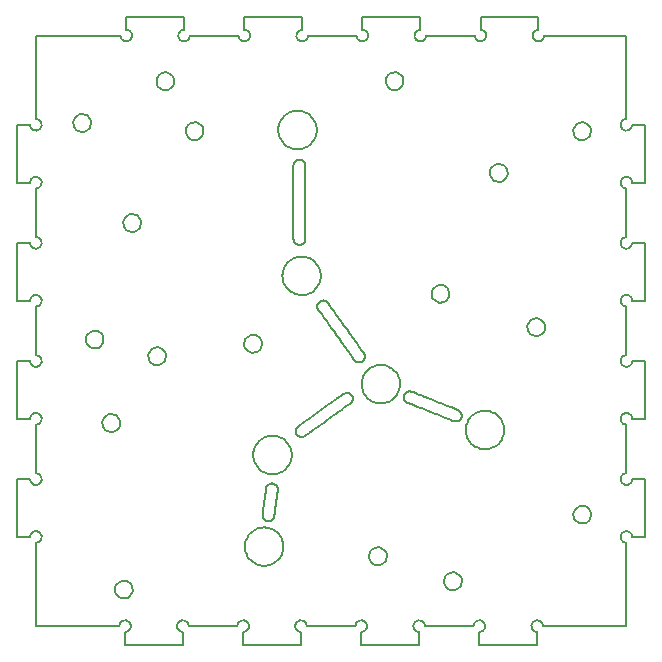
<source format=gbr>
G04 #@! TF.GenerationSoftware,KiCad,Pcbnew,(5.1.2)-1*
G04 #@! TF.CreationDate,2019-05-11T12:27:27-07:00*
G04 #@! TF.ProjectId,PartsExport,50617274-7345-4787-906f-72742e6b6963,rev?*
G04 #@! TF.SameCoordinates,Original*
G04 #@! TF.FileFunction,Profile,NP*
%FSLAX46Y46*%
G04 Gerber Fmt 4.6, Leading zero omitted, Abs format (unit mm)*
G04 Created by KiCad (PCBNEW (5.1.2)-1) date 2019-05-11 12:27:27*
%MOMM*%
%LPD*%
G04 APERTURE LIST*
%ADD10C,0.200000*%
G04 APERTURE END LIST*
D10*
X121289341Y-143467857D02*
X121289341Y-142367857D01*
X106389341Y-143467857D02*
X106389341Y-142367857D01*
X98839341Y-141867857D02*
X105889341Y-141867857D01*
X121204122Y-125812882D02*
X121227178Y-125819552D01*
X121227178Y-125819552D02*
X121274048Y-125829558D01*
X148839340Y-114817857D02*
G75*
G02X149339340Y-114317857I0J500000D01*
G01*
X149339341Y-119417857D02*
G75*
G02X148839341Y-118917857I-500000J0D01*
G01*
X148839340Y-124817857D02*
G75*
G02X149339340Y-124317857I0J500000D01*
G01*
X131289341Y-143467857D02*
X131289341Y-142367857D01*
X149339341Y-129417857D02*
G75*
G02X148839341Y-128917857I-500000J0D01*
G01*
X150439340Y-134317857D02*
X150439340Y-129417857D01*
X98839341Y-128917857D02*
G75*
G02X98339341Y-129417857I0J-500000D01*
G01*
X136389341Y-143467857D02*
X136389341Y-142367857D01*
X148839341Y-141867857D02*
X148839340Y-134817857D01*
X121181373Y-125805110D02*
X121204122Y-125812882D01*
X121158975Y-125796239D02*
X121181373Y-125805110D01*
X121147921Y-125791394D02*
X121158975Y-125796239D01*
X150439340Y-124317857D02*
X150439340Y-119417857D01*
X149339341Y-129417857D02*
X150439340Y-129417857D01*
X97239342Y-134317857D02*
X98339341Y-134317857D01*
X148839340Y-134817857D02*
G75*
G02X149339340Y-134317857I0J500000D01*
G01*
X111789341Y-141867857D02*
X115889341Y-141867857D01*
X121274048Y-125829558D02*
X121321656Y-125835078D01*
X136389341Y-143467857D02*
X141289341Y-143467857D01*
X141789341Y-141867857D02*
X148839341Y-141867857D01*
X111289341Y-143467857D02*
X111289341Y-142367857D01*
X105889341Y-141867857D02*
G75*
G02X106389341Y-142367857I500000J0D01*
G01*
X98339341Y-134317857D02*
G75*
G02X98839341Y-134817857I500000J0D01*
G01*
X116389341Y-143467857D02*
X116389341Y-142367857D01*
X106389341Y-143467857D02*
X111289341Y-143467857D01*
X131789341Y-141867857D02*
X135889341Y-141867857D01*
X97239342Y-129417857D02*
X98339341Y-129417857D01*
X126389341Y-143467857D02*
X126389341Y-142367857D01*
X116389341Y-143467857D02*
X121289341Y-143467857D01*
X141289341Y-143467857D02*
X141289341Y-142367857D01*
X115889341Y-141867857D02*
G75*
G02X116389341Y-142367857I500000J0D01*
G01*
X121558959Y-125793173D02*
X121646593Y-125742859D01*
X121369674Y-125836055D02*
X121417768Y-125832423D01*
X149339340Y-124317857D02*
X150439340Y-124317857D01*
X148839341Y-128917857D02*
X148839341Y-124817857D01*
X149339340Y-134317857D02*
X150439340Y-134317857D01*
X97239342Y-134317857D02*
X97239342Y-129417857D01*
X141289341Y-142367857D02*
G75*
G02X141789341Y-141867857I0J500000D01*
G01*
X135889341Y-141867857D02*
G75*
G02X136389341Y-142367857I500000J0D01*
G01*
X121321656Y-125835078D02*
X121369674Y-125836055D01*
X111289341Y-142367857D02*
G75*
G02X111789341Y-141867857I0J500000D01*
G01*
X126389341Y-143467857D02*
X131289341Y-143467857D01*
X121289341Y-142367857D02*
G75*
G02X121789341Y-141867857I0J500000D01*
G01*
X121465594Y-125824110D02*
X121558959Y-125793173D01*
X121789341Y-141867857D02*
X125889341Y-141867857D01*
X149339341Y-119417857D02*
X150439340Y-119417857D01*
X149339340Y-114317857D02*
X150439340Y-114317857D01*
X148839341Y-118917857D02*
X148839341Y-114817857D01*
X121417768Y-125832423D02*
X121465594Y-125824110D01*
X98839341Y-141867857D02*
X98839341Y-134817857D01*
X131289341Y-142367857D02*
G75*
G02X131789341Y-141867857I0J500000D01*
G01*
X125889341Y-141867857D02*
G75*
G02X126389341Y-142367857I500000J0D01*
G01*
X120938191Y-125612331D02*
X120945920Y-125623593D01*
X120913598Y-125571306D02*
X120916868Y-125577315D01*
X120873527Y-125470890D02*
X120876942Y-125482665D01*
X120902821Y-125549902D02*
X120904295Y-125552994D01*
X120859280Y-125399365D02*
X120862847Y-125423334D01*
X120899584Y-125542902D02*
X120899938Y-125543682D01*
X121136970Y-125786276D02*
X121147921Y-125791394D01*
X121126130Y-125780887D02*
X121136970Y-125786276D01*
X121110086Y-125772294D02*
X121115404Y-125775226D01*
X121049235Y-125731959D02*
X121060155Y-125740210D01*
X121115404Y-125775226D02*
X121126130Y-125780887D01*
X121104799Y-125769295D02*
X121110086Y-125772294D01*
X121099543Y-125766228D02*
X121104799Y-125769295D01*
X120923657Y-125589187D02*
X120930767Y-125600861D01*
X121096928Y-125764670D02*
X121099543Y-125766228D01*
X121095623Y-125763884D02*
X121096928Y-125764670D01*
X120904295Y-125552994D02*
X120905792Y-125556075D01*
X121094320Y-125763094D02*
X121095623Y-125763884D01*
X121089936Y-125760394D02*
X121091394Y-125761299D01*
X121079831Y-125753911D02*
X121082701Y-125755789D01*
X120899938Y-125543682D02*
X120900651Y-125545241D01*
X120898531Y-125540556D02*
X120898705Y-125540947D01*
X121093588Y-125762648D02*
X121093954Y-125762871D01*
X121091394Y-125761299D02*
X121092856Y-125762200D01*
X120905792Y-125556075D02*
X120907310Y-125559145D01*
X121017932Y-125705474D02*
X121028120Y-125714581D01*
X120898881Y-125541338D02*
X120899232Y-125542120D01*
X120876942Y-125482665D02*
X120880656Y-125494383D01*
X120900651Y-125545241D02*
X120901368Y-125546798D01*
X121082701Y-125755789D02*
X121085584Y-125757646D01*
X120899232Y-125542120D02*
X120899584Y-125542902D01*
X120867593Y-125447191D02*
X120873527Y-125470890D01*
X120855648Y-125351271D02*
X120859280Y-125399365D01*
X120862847Y-125423334D02*
X120867593Y-125447191D01*
X121093954Y-125762871D02*
X121094320Y-125763094D01*
X120970867Y-125656072D02*
X120988898Y-125676576D01*
X120953947Y-125634641D02*
X120970867Y-125656072D01*
X120898705Y-125540947D02*
X120898881Y-125541338D01*
X120897272Y-125537707D02*
X120897899Y-125539132D01*
X121092856Y-125762200D02*
X121093588Y-125762648D01*
X120897899Y-125539132D02*
X120898531Y-125540556D01*
X120896032Y-125534854D02*
X120897272Y-125537707D01*
X121088482Y-125759483D02*
X121089936Y-125760394D01*
X120880656Y-125494383D02*
X120884672Y-125506038D01*
X121085584Y-125757646D02*
X121088482Y-125759483D01*
X121007996Y-125696098D02*
X121017932Y-125705474D01*
X120988898Y-125676576D02*
X121007996Y-125696098D01*
X120884672Y-125506038D02*
X120888989Y-125517622D01*
X120910411Y-125565249D02*
X120913598Y-125571306D01*
X120888989Y-125517622D02*
X120891261Y-125523386D01*
X121076977Y-125752013D02*
X121079831Y-125753911D01*
X121071311Y-125748157D02*
X121076977Y-125752013D01*
X121038555Y-125723413D02*
X121049235Y-125731959D01*
X121028120Y-125714581D02*
X121038555Y-125723413D01*
X120894811Y-125531995D02*
X120896032Y-125534854D01*
X120916868Y-125577315D02*
X120923657Y-125589187D01*
X120891261Y-125523386D02*
X120893608Y-125529130D01*
X120893608Y-125529130D02*
X120894811Y-125531995D01*
X121065703Y-125744222D02*
X121071311Y-125748157D01*
X121060155Y-125740210D02*
X121065703Y-125744222D01*
X120901368Y-125546798D02*
X120902821Y-125549902D01*
X120930767Y-125600861D02*
X120938191Y-125612331D01*
X120907310Y-125559145D02*
X120910411Y-125565249D01*
X120945920Y-125623593D02*
X120953947Y-125634641D01*
X121043089Y-124945906D02*
X121033245Y-124953970D01*
X124289364Y-122615220D02*
X124151220Y-122714367D01*
X124151220Y-122714367D02*
X124000008Y-122822893D01*
X125306157Y-122109782D02*
X125259287Y-122099776D01*
X121062635Y-124931074D02*
X121058316Y-124934223D01*
X125374360Y-122133094D02*
X125351962Y-122124224D01*
X124722464Y-122304380D02*
X124635891Y-122366514D01*
X125417931Y-122154107D02*
X125407205Y-122148447D01*
X120862146Y-125255645D02*
X120856625Y-125303253D01*
X124533916Y-122439702D02*
X124289364Y-122615220D01*
X120956088Y-125035388D02*
X120928609Y-125075918D01*
X120987800Y-124997365D02*
X120956088Y-125035388D01*
X121066284Y-124928454D02*
X121064210Y-124929943D01*
X121314366Y-124750403D02*
X121227793Y-124812538D01*
X121532316Y-124593979D02*
X121416341Y-124677215D01*
X124000008Y-122822893D02*
X123843195Y-122935439D01*
X123843195Y-122935439D02*
X123677050Y-123054684D01*
X124635891Y-122366514D02*
X124533916Y-122439702D01*
X125067741Y-122105223D02*
X124974377Y-122136161D01*
X125259287Y-122099776D02*
X125211679Y-122094255D01*
X124843807Y-122217291D02*
X124792236Y-122254304D01*
X125396365Y-122143057D02*
X125385414Y-122137939D01*
X125423249Y-122157039D02*
X125417931Y-122154107D01*
X124875776Y-122194346D02*
X124862329Y-122203997D01*
X121053180Y-124938061D02*
X121048104Y-124941956D01*
X125428536Y-122160038D02*
X125423249Y-122157039D01*
X122618567Y-123814366D02*
X122443087Y-123940310D01*
X122443087Y-123940310D02*
X122273207Y-124062234D01*
X120872152Y-125208775D02*
X120862146Y-125255645D01*
X121048104Y-124941956D02*
X121043089Y-124945906D01*
X123331689Y-123302552D02*
X123154342Y-123429835D01*
X123154342Y-123429835D02*
X122975128Y-123558459D01*
X121023650Y-124962248D02*
X121005214Y-124979418D01*
X121058316Y-124934223D02*
X121053180Y-124938061D01*
X121069715Y-124925992D02*
X121066284Y-124928454D01*
X121158021Y-124862614D02*
X121129873Y-124882816D01*
X125329213Y-122116451D02*
X125306157Y-122109782D01*
X125351962Y-122124224D02*
X125329213Y-122116451D01*
X125163662Y-122093278D02*
X125115567Y-122096911D01*
X121416341Y-124677215D02*
X121314366Y-124750403D01*
X124862329Y-122203997D02*
X124843807Y-122217291D01*
X124883972Y-122188464D02*
X124880541Y-122190926D01*
X125211679Y-122094255D02*
X125163662Y-122093278D01*
X125115567Y-122096911D02*
X125067741Y-122105223D01*
X125385414Y-122137939D02*
X125374360Y-122133094D01*
X125407205Y-122148447D02*
X125396365Y-122143057D01*
X124880541Y-122190926D02*
X124875776Y-122194346D01*
X120905427Y-125118568D02*
X120886593Y-125162970D01*
X120886593Y-125162970D02*
X120872152Y-125208775D01*
X120928609Y-125075918D02*
X120905427Y-125118568D01*
X121005214Y-124979418D02*
X120987800Y-124997365D01*
X121106450Y-124899627D02*
X121087928Y-124912920D01*
X124885845Y-122187120D02*
X124883972Y-122188464D01*
X121087928Y-124912920D02*
X121074481Y-124922571D01*
X123677050Y-123054684D02*
X123507170Y-123176608D01*
X123507170Y-123176608D02*
X123331689Y-123302552D01*
X124974377Y-122136161D02*
X124886743Y-122186475D01*
X121033245Y-124953970D02*
X121023650Y-124962248D01*
X124792236Y-122254304D02*
X124722464Y-122304380D01*
X124886743Y-122186475D02*
X124885845Y-122187120D01*
X121660893Y-124501698D02*
X121532316Y-124593979D01*
X122975128Y-123558459D02*
X122795914Y-123687082D01*
X122795914Y-123687082D02*
X122618567Y-123814366D01*
X121074481Y-124922571D02*
X121069715Y-124925992D01*
X122273207Y-124062234D02*
X122107061Y-124181479D01*
X122107061Y-124181479D02*
X121950249Y-124294025D01*
X121064210Y-124929943D02*
X121062635Y-124931074D01*
X121129873Y-124882816D02*
X121106450Y-124899627D01*
X120856625Y-125303253D02*
X120855648Y-125351271D01*
X121950249Y-124294025D02*
X121799037Y-124402550D01*
X121799037Y-124402550D02*
X121660893Y-124501698D01*
X121227793Y-124812538D02*
X121158021Y-124862614D01*
X122748520Y-114510649D02*
X122744664Y-114516315D01*
X122958969Y-114336611D02*
X122957545Y-114337238D01*
X122820101Y-114428237D02*
X122800578Y-114447334D01*
X122967547Y-114332948D02*
X122964682Y-114334150D01*
X122840605Y-114410205D02*
X122820101Y-114428237D01*
X122949879Y-114340708D02*
X122946775Y-114342160D01*
X122895816Y-114370106D02*
X122884346Y-114377530D01*
X122946775Y-114342160D02*
X122943682Y-114343635D01*
X122964682Y-114334150D02*
X122961823Y-114335371D01*
X122954556Y-114338571D02*
X122953775Y-114338924D01*
X122764718Y-114488573D02*
X122756467Y-114499493D01*
X122733582Y-114533659D02*
X122732792Y-114534961D01*
X122734029Y-114532926D02*
X122733805Y-114533292D01*
X122752454Y-114505042D02*
X122748520Y-114510649D01*
X122907490Y-114362996D02*
X122895816Y-114370106D01*
X122961823Y-114335371D02*
X122958969Y-114336611D01*
X122733805Y-114533292D02*
X122733582Y-114533659D01*
X122734477Y-114532194D02*
X122734029Y-114532926D01*
X122931428Y-114349750D02*
X122925371Y-114352937D01*
X122735377Y-114530732D02*
X122734477Y-114532194D01*
X122736283Y-114529275D02*
X122735377Y-114530732D01*
X122737193Y-114527820D02*
X122736283Y-114529275D01*
X122739030Y-114524922D02*
X122737193Y-114527820D01*
X122740888Y-114522039D02*
X122739030Y-114524922D01*
X122782095Y-114467458D02*
X122773264Y-114477893D01*
X122956121Y-114337870D02*
X122955730Y-114338045D01*
X122957545Y-114337238D02*
X122956121Y-114337870D01*
X122955338Y-114338220D02*
X122954556Y-114338571D01*
X122742766Y-114519170D02*
X122740888Y-114522039D01*
X122744664Y-114516315D02*
X122742766Y-114519170D01*
X122756467Y-114499493D02*
X122752454Y-114505042D01*
X122773264Y-114477893D02*
X122764718Y-114488573D01*
X122800578Y-114447334D02*
X122791203Y-114457270D01*
X122873084Y-114385259D02*
X122862036Y-114393286D01*
X122884346Y-114377530D02*
X122873084Y-114385259D01*
X122951435Y-114339990D02*
X122949879Y-114340708D01*
X122919362Y-114356207D02*
X122907490Y-114362996D01*
X122953775Y-114338924D02*
X122952994Y-114339278D01*
X122791203Y-114457270D02*
X122782095Y-114467458D01*
X122862036Y-114393286D02*
X122840605Y-114410205D01*
X122940601Y-114345131D02*
X122937532Y-114346649D01*
X122952994Y-114339278D02*
X122951435Y-114339990D01*
X122943682Y-114343635D02*
X122940601Y-114345131D01*
X122937532Y-114346649D02*
X122931428Y-114349750D01*
X122925371Y-114352937D02*
X122919362Y-114356207D01*
X122955730Y-114338045D02*
X122955338Y-114338220D01*
X97239341Y-104317857D02*
X97239342Y-99417856D01*
X136489341Y-91367857D02*
G75*
G02X135989341Y-91867857I0J-500000D01*
G01*
X98839341Y-91867857D02*
X105989340Y-91867857D01*
X131389340Y-91367858D02*
X131389340Y-90267858D01*
X149339341Y-109417857D02*
G75*
G02X148839341Y-108917857I-500000J0D01*
G01*
X98839341Y-108917857D02*
X98839341Y-104817857D01*
X131889339Y-91867857D02*
G75*
G02X131389340Y-91367858I-499999J0D01*
G01*
X149339341Y-104317857D02*
X150439341Y-104317857D01*
X150439341Y-104317857D02*
X150439340Y-99417857D01*
X98839341Y-98917856D02*
X98839341Y-91867857D01*
X111889340Y-91867857D02*
G75*
G02X111389341Y-91367858I-499999J0D01*
G01*
X116489341Y-91367857D02*
G75*
G02X115989341Y-91867857I0J-500000D01*
G01*
X149339341Y-109417857D02*
X150439340Y-109417857D01*
X141389341Y-91367858D02*
X141389341Y-90267858D01*
X98339341Y-104317857D02*
G75*
G02X98839341Y-104817857I500000J0D01*
G01*
X98839341Y-118917857D02*
G75*
G02X98339341Y-119417857I0J-500000D01*
G01*
X97239342Y-99417856D02*
X98339341Y-99417856D01*
X98839341Y-98917856D02*
G75*
G02X98339341Y-99417856I0J-500000D01*
G01*
X111889341Y-91867857D02*
X115989341Y-91867857D01*
X116489341Y-91367858D02*
X116489341Y-90267858D01*
X121389341Y-91367858D02*
X121389341Y-90267858D01*
X136489341Y-91367858D02*
X136489341Y-90267858D01*
X148839341Y-104817857D02*
G75*
G02X149339341Y-104317857I0J500000D01*
G01*
X141889340Y-91867857D02*
G75*
G02X141389341Y-91367858I-499999J0D01*
G01*
X131389340Y-90267858D02*
X126489341Y-90267858D01*
X106489340Y-91367858D02*
X106489340Y-90267858D01*
X121389341Y-90267858D02*
X116489341Y-90267858D01*
X141389341Y-90267858D02*
X136489341Y-90267858D01*
X97239341Y-124317857D02*
X98339342Y-124317857D01*
X111389341Y-90267858D02*
X106489340Y-90267858D01*
X111389341Y-91367858D02*
X111389341Y-90267858D01*
X149339341Y-99417857D02*
G75*
G02X148839341Y-98917857I-500000J0D01*
G01*
X120989111Y-98234111D02*
X120798688Y-98245145D01*
X120798688Y-98245145D02*
X120626424Y-98274730D01*
X120626424Y-98274730D02*
X120468513Y-98319288D01*
X120468513Y-98319288D02*
X120323737Y-98376133D01*
X120323737Y-98376133D02*
X120190377Y-98443626D01*
X120190377Y-98443626D02*
X120066927Y-98520937D01*
X120066927Y-98520937D02*
X119951231Y-98608677D01*
X119951231Y-98608677D02*
X119846106Y-98704045D01*
X119846106Y-98704045D02*
X119748865Y-98809089D01*
X119748865Y-98809089D02*
X119660731Y-98922900D01*
X119660731Y-98922900D02*
X119582159Y-99045473D01*
X119582159Y-99045473D02*
X119512523Y-99179694D01*
X119512523Y-99179694D02*
X119454752Y-99322618D01*
X119454752Y-99322618D02*
X119409040Y-99478018D01*
X119409040Y-99478018D02*
X119377407Y-99650236D01*
X119377407Y-99650236D02*
X119364190Y-99842694D01*
X119364190Y-99842694D02*
X119364111Y-99859111D01*
X122614111Y-99859111D02*
X122603144Y-99669325D01*
X122603144Y-99669325D02*
X122573902Y-99498269D01*
X122573902Y-99498269D02*
X122529720Y-99340873D01*
X122529720Y-99340873D02*
X122473092Y-99195990D01*
X122473092Y-99195990D02*
X122405792Y-99062513D01*
X122405792Y-99062513D02*
X122328835Y-98939191D01*
X122328835Y-98939191D02*
X122242261Y-98824518D01*
X122242261Y-98824518D02*
X122147380Y-98719356D01*
X122147380Y-98719356D02*
X122042377Y-98621629D01*
X122042377Y-98621629D02*
X121928803Y-98533204D01*
X121928803Y-98533204D02*
X121806716Y-98454471D01*
X121806716Y-98454471D02*
X121674394Y-98385245D01*
X121674394Y-98385245D02*
X121529996Y-98326298D01*
X121529996Y-98326298D02*
X121374479Y-98280076D01*
X121374479Y-98280076D02*
X121204959Y-98248317D01*
X121204959Y-98248317D02*
X121017642Y-98234353D01*
X121017642Y-98234353D02*
X120989111Y-98234111D01*
X131889340Y-91867857D02*
X135989341Y-91867857D01*
X98839341Y-108917857D02*
G75*
G02X98339341Y-109417857I0J-500000D01*
G01*
X126489341Y-91367857D02*
G75*
G02X125989341Y-91867857I0J-500000D01*
G01*
X121889340Y-91867857D02*
G75*
G02X121389341Y-91367858I-499999J0D01*
G01*
X141889341Y-91867857D02*
X148839341Y-91867857D01*
X148839341Y-108917857D02*
X148839341Y-104817857D01*
X120989111Y-101484111D02*
X121178888Y-101473144D01*
X121178888Y-101473144D02*
X121350252Y-101443831D01*
X121350252Y-101443831D02*
X121509702Y-101398926D01*
X121509702Y-101398926D02*
X121657292Y-101340814D01*
X121657292Y-101340814D02*
X121790504Y-101273074D01*
X121790504Y-101273074D02*
X121913548Y-101195711D01*
X121913548Y-101195711D02*
X122027921Y-101108756D01*
X122027921Y-101108756D02*
X122135138Y-101011168D01*
X122135138Y-101011168D02*
X122231316Y-100906799D01*
X122231316Y-100906799D02*
X122319241Y-100792816D01*
X122319241Y-100792816D02*
X122398201Y-100669024D01*
X122398201Y-100669024D02*
X122466979Y-100535716D01*
X122466979Y-100535716D02*
X122525097Y-100390893D01*
X122525097Y-100390893D02*
X122570343Y-100235296D01*
X122570343Y-100235296D02*
X122601214Y-100064801D01*
X122601214Y-100064801D02*
X122614014Y-99876833D01*
X122614014Y-99876833D02*
X122614111Y-99859111D01*
X98839341Y-128917857D02*
X98839341Y-124817857D01*
X148839341Y-98917857D02*
X148839341Y-91867857D01*
X98339341Y-124317857D02*
G75*
G02X98839341Y-124817857I500000J0D01*
G01*
X121889341Y-91867857D02*
X125989341Y-91867857D01*
X150439340Y-114317857D02*
X150439340Y-109417857D01*
X97239341Y-104317857D02*
X98339342Y-104317857D01*
X97239341Y-124317857D02*
X97239342Y-119417857D01*
X97239342Y-119417857D02*
X98339341Y-119417857D01*
X98839341Y-118917857D02*
X98839341Y-114817857D01*
X126489341Y-91367858D02*
X126489341Y-90267858D01*
X149339341Y-99417857D02*
X150439340Y-99417857D01*
X98339341Y-114317857D02*
G75*
G02X98839341Y-114817857I500000J0D01*
G01*
X97239341Y-114317857D02*
X98339342Y-114317857D01*
X97239341Y-114317857D02*
X97239342Y-109417857D01*
X97239342Y-109417857D02*
X98339341Y-109417857D01*
X106489340Y-91367857D02*
G75*
G02X105989340Y-91867857I0J-500000D01*
G01*
X110563000Y-95737722D02*
X110541226Y-95557597D01*
X110541226Y-95557597D02*
X110487299Y-95408981D01*
X110487299Y-95408981D02*
X110410265Y-95284033D01*
X110410265Y-95284033D02*
X110313732Y-95179349D01*
X110313732Y-95179349D02*
X110196569Y-95093089D01*
X110196569Y-95093089D02*
X110058437Y-95028800D01*
X110058437Y-95028800D02*
X109894992Y-94992149D01*
X109894992Y-94992149D02*
X109813000Y-94987722D01*
X107035222Y-138776611D02*
X107013448Y-138596486D01*
X107013448Y-138596486D02*
X106959521Y-138447870D01*
X106959521Y-138447870D02*
X106882487Y-138322922D01*
X106882487Y-138322922D02*
X106785954Y-138218238D01*
X106785954Y-138218238D02*
X106668791Y-138131978D01*
X106668791Y-138131978D02*
X106530659Y-138067689D01*
X106530659Y-138067689D02*
X106367214Y-138031038D01*
X106367214Y-138031038D02*
X106285222Y-138026611D01*
X102757445Y-100015500D02*
X102937561Y-99993726D01*
X102937561Y-99993726D02*
X103085155Y-99940297D01*
X103085155Y-99940297D02*
X103210227Y-99863447D01*
X103210227Y-99863447D02*
X103314491Y-99767695D01*
X103314491Y-99767695D02*
X103400396Y-99651857D01*
X103400396Y-99651857D02*
X103464843Y-99515274D01*
X103464843Y-99515274D02*
X103502483Y-99352206D01*
X103502483Y-99352206D02*
X103507445Y-99265500D01*
X134904667Y-138071056D02*
X134882893Y-137890931D01*
X134882893Y-137890931D02*
X134828966Y-137742315D01*
X134828966Y-137742315D02*
X134751932Y-137617367D01*
X134751932Y-137617367D02*
X134655398Y-137512683D01*
X134655398Y-137512683D02*
X134538235Y-137426423D01*
X134538235Y-137426423D02*
X134400103Y-137362134D01*
X134400103Y-137362134D02*
X134236659Y-137325483D01*
X134236659Y-137325483D02*
X134154667Y-137321056D01*
X141210222Y-117301611D02*
X141390339Y-117279837D01*
X141390339Y-117279837D02*
X141537933Y-117226408D01*
X141537933Y-117226408D02*
X141663005Y-117149558D01*
X141663005Y-117149558D02*
X141767269Y-117053806D01*
X141767269Y-117053806D02*
X141853173Y-116937968D01*
X141853173Y-116937968D02*
X141917620Y-116801385D01*
X141917620Y-116801385D02*
X141955260Y-116638317D01*
X141955260Y-116638317D02*
X141960222Y-116551611D01*
X109813000Y-94987722D02*
X109632875Y-95009486D01*
X109632875Y-95009486D02*
X109485281Y-95062917D01*
X109485281Y-95062917D02*
X109361106Y-95139086D01*
X109361106Y-95139086D02*
X109256699Y-95234685D01*
X109256699Y-95234685D02*
X109170697Y-95350267D01*
X109170697Y-95350267D02*
X109106265Y-95486047D01*
X109106265Y-95486047D02*
X109067955Y-95651010D01*
X109067955Y-95651010D02*
X109063000Y-95737722D01*
X109813000Y-96487722D02*
X109993117Y-96465948D01*
X109993117Y-96465948D02*
X110140711Y-96412519D01*
X110140711Y-96412519D02*
X110265783Y-96335669D01*
X110265783Y-96335669D02*
X110370047Y-96239917D01*
X110370047Y-96239917D02*
X110455951Y-96124079D01*
X110455951Y-96124079D02*
X110520398Y-95987496D01*
X110520398Y-95987496D02*
X110558038Y-95824428D01*
X110558038Y-95824428D02*
X110563000Y-95737722D01*
X127804667Y-135204389D02*
X127624542Y-135226153D01*
X127624542Y-135226153D02*
X127476948Y-135279584D01*
X127476948Y-135279584D02*
X127352773Y-135355753D01*
X127352773Y-135355753D02*
X127248366Y-135451352D01*
X127248366Y-135451352D02*
X127162364Y-135566934D01*
X127162364Y-135566934D02*
X127097932Y-135702714D01*
X127097932Y-135702714D02*
X127059622Y-135867677D01*
X127059622Y-135867677D02*
X127054667Y-135954389D01*
X134154667Y-138821056D02*
X134334783Y-138799282D01*
X134334783Y-138799282D02*
X134482377Y-138745853D01*
X134482377Y-138745853D02*
X134607449Y-138669003D01*
X134607449Y-138669003D02*
X134711713Y-138573250D01*
X134711713Y-138573250D02*
X134797618Y-138457412D01*
X134797618Y-138457412D02*
X134862065Y-138320829D01*
X134862065Y-138320829D02*
X134899705Y-138157762D01*
X134899705Y-138157762D02*
X134904667Y-138071056D01*
X133404667Y-138071056D02*
X133426431Y-138251172D01*
X133426431Y-138251172D02*
X133479737Y-138398510D01*
X133479737Y-138398510D02*
X133556711Y-138523838D01*
X133556711Y-138523838D02*
X133652464Y-138628102D01*
X133652464Y-138628102D02*
X133768180Y-138713935D01*
X133768180Y-138713935D02*
X133905969Y-138778836D01*
X133905969Y-138778836D02*
X134069133Y-138816229D01*
X134069133Y-138816229D02*
X134154667Y-138821056D01*
X127054667Y-135954389D02*
X127076431Y-136134506D01*
X127076431Y-136134506D02*
X127129737Y-136281844D01*
X127129737Y-136281844D02*
X127206711Y-136407172D01*
X127206711Y-136407172D02*
X127302464Y-136511436D01*
X127302464Y-136511436D02*
X127418180Y-136597268D01*
X127418180Y-136597268D02*
X127555969Y-136662169D01*
X127555969Y-136662169D02*
X127719133Y-136699562D01*
X127719133Y-136699562D02*
X127804667Y-136704389D01*
X127804667Y-136704389D02*
X127984783Y-136682615D01*
X127984783Y-136682615D02*
X128132377Y-136629186D01*
X128132377Y-136629186D02*
X128257449Y-136552336D01*
X128257449Y-136552336D02*
X128361713Y-136456584D01*
X128361713Y-136456584D02*
X128447618Y-136340746D01*
X128447618Y-136340746D02*
X128512065Y-136204163D01*
X128512065Y-136204163D02*
X128549705Y-136041095D01*
X128549705Y-136041095D02*
X128554667Y-135954389D01*
X140460222Y-116551611D02*
X140481986Y-116731728D01*
X140481986Y-116731728D02*
X140535292Y-116879066D01*
X140535292Y-116879066D02*
X140612266Y-117004394D01*
X140612266Y-117004394D02*
X140708019Y-117108658D01*
X140708019Y-117108658D02*
X140823735Y-117194490D01*
X140823735Y-117194490D02*
X140961524Y-117259391D01*
X140961524Y-117259391D02*
X141124688Y-117296784D01*
X141124688Y-117296784D02*
X141210222Y-117301611D01*
X103507445Y-99265500D02*
X103485671Y-99085375D01*
X103485671Y-99085375D02*
X103431744Y-98936759D01*
X103431744Y-98936759D02*
X103354710Y-98811811D01*
X103354710Y-98811811D02*
X103258176Y-98707127D01*
X103258176Y-98707127D02*
X103141013Y-98620867D01*
X103141013Y-98620867D02*
X103002881Y-98556578D01*
X103002881Y-98556578D02*
X102839437Y-98519927D01*
X102839437Y-98519927D02*
X102757445Y-98515500D01*
X109063000Y-95737722D02*
X109084764Y-95917839D01*
X109084764Y-95917839D02*
X109138070Y-96065177D01*
X109138070Y-96065177D02*
X109215044Y-96190505D01*
X109215044Y-96190505D02*
X109310797Y-96294769D01*
X109310797Y-96294769D02*
X109426513Y-96380601D01*
X109426513Y-96380601D02*
X109564302Y-96445502D01*
X109564302Y-96445502D02*
X109727466Y-96482895D01*
X109727466Y-96482895D02*
X109813000Y-96487722D01*
X141210222Y-115801611D02*
X141030097Y-115823375D01*
X141030097Y-115823375D02*
X140882503Y-115876806D01*
X140882503Y-115876806D02*
X140758328Y-115952975D01*
X140758328Y-115952975D02*
X140653921Y-116048574D01*
X140653921Y-116048574D02*
X140567919Y-116164156D01*
X140567919Y-116164156D02*
X140503487Y-116299936D01*
X140503487Y-116299936D02*
X140465177Y-116464899D01*
X140465177Y-116464899D02*
X140460222Y-116551611D01*
X141960222Y-116551611D02*
X141938448Y-116371486D01*
X141938448Y-116371486D02*
X141884521Y-116222870D01*
X141884521Y-116222870D02*
X141807487Y-116097922D01*
X141807487Y-116097922D02*
X141710954Y-115993238D01*
X141710954Y-115993238D02*
X141593791Y-115906978D01*
X141593791Y-115906978D02*
X141455659Y-115842689D01*
X141455659Y-115842689D02*
X141292214Y-115806038D01*
X141292214Y-115806038D02*
X141210222Y-115801611D01*
X105535222Y-138776611D02*
X105556986Y-138956728D01*
X105556986Y-138956728D02*
X105610292Y-139104066D01*
X105610292Y-139104066D02*
X105687266Y-139229394D01*
X105687266Y-139229394D02*
X105783019Y-139333658D01*
X105783019Y-139333658D02*
X105898735Y-139419490D01*
X105898735Y-139419490D02*
X106036524Y-139484391D01*
X106036524Y-139484391D02*
X106199688Y-139521784D01*
X106199688Y-139521784D02*
X106285222Y-139526611D01*
X134154667Y-137321056D02*
X133974542Y-137342820D01*
X133974542Y-137342820D02*
X133826948Y-137396251D01*
X133826948Y-137396251D02*
X133702773Y-137472420D01*
X133702773Y-137472420D02*
X133598366Y-137568019D01*
X133598366Y-137568019D02*
X133512364Y-137683601D01*
X133512364Y-137683601D02*
X133447932Y-137819381D01*
X133447932Y-137819381D02*
X133409622Y-137984344D01*
X133409622Y-137984344D02*
X133404667Y-138071056D01*
X106285222Y-138026611D02*
X106105097Y-138048375D01*
X106105097Y-138048375D02*
X105957503Y-138101806D01*
X105957503Y-138101806D02*
X105833328Y-138177975D01*
X105833328Y-138177975D02*
X105728921Y-138273574D01*
X105728921Y-138273574D02*
X105642919Y-138389156D01*
X105642919Y-138389156D02*
X105578487Y-138524936D01*
X105578487Y-138524936D02*
X105540177Y-138689899D01*
X105540177Y-138689899D02*
X105535222Y-138776611D01*
X106285222Y-139526611D02*
X106465339Y-139504837D01*
X106465339Y-139504837D02*
X106612933Y-139451408D01*
X106612933Y-139451408D02*
X106738005Y-139374558D01*
X106738005Y-139374558D02*
X106842269Y-139278806D01*
X106842269Y-139278806D02*
X106928173Y-139162968D01*
X106928173Y-139162968D02*
X106992620Y-139026385D01*
X106992620Y-139026385D02*
X107030260Y-138863317D01*
X107030260Y-138863317D02*
X107035222Y-138776611D01*
X102007445Y-99265500D02*
X102029209Y-99445617D01*
X102029209Y-99445617D02*
X102082515Y-99592955D01*
X102082515Y-99592955D02*
X102159489Y-99718283D01*
X102159489Y-99718283D02*
X102255242Y-99822547D01*
X102255242Y-99822547D02*
X102370958Y-99908379D01*
X102370958Y-99908379D02*
X102508747Y-99973280D01*
X102508747Y-99973280D02*
X102671911Y-100010673D01*
X102671911Y-100010673D02*
X102757445Y-100015500D01*
X128554667Y-135954389D02*
X128532893Y-135774264D01*
X128532893Y-135774264D02*
X128478966Y-135625648D01*
X128478966Y-135625648D02*
X128401932Y-135500700D01*
X128401932Y-135500700D02*
X128305398Y-135396016D01*
X128305398Y-135396016D02*
X128188235Y-135309756D01*
X128188235Y-135309756D02*
X128050103Y-135245467D01*
X128050103Y-135245467D02*
X127886659Y-135208816D01*
X127886659Y-135208816D02*
X127804667Y-135204389D01*
X102757445Y-98515500D02*
X102577320Y-98537264D01*
X102577320Y-98537264D02*
X102429726Y-98590695D01*
X102429726Y-98590695D02*
X102305551Y-98666864D01*
X102305551Y-98666864D02*
X102201144Y-98762463D01*
X102201144Y-98762463D02*
X102115142Y-98878045D01*
X102115142Y-98878045D02*
X102050710Y-99013825D01*
X102050710Y-99013825D02*
X102012400Y-99178788D01*
X102012400Y-99178788D02*
X102007445Y-99265500D01*
X108357445Y-119021056D02*
X108379209Y-119201172D01*
X108379209Y-119201172D02*
X108432515Y-119348510D01*
X108432515Y-119348510D02*
X108509489Y-119473838D01*
X108509489Y-119473838D02*
X108605242Y-119578102D01*
X108605242Y-119578102D02*
X108720958Y-119663935D01*
X108720958Y-119663935D02*
X108858747Y-119728836D01*
X108858747Y-119728836D02*
X109021911Y-119766229D01*
X109021911Y-119766229D02*
X109107445Y-119771056D01*
X121341889Y-113831333D02*
X121531666Y-113820366D01*
X121531666Y-113820366D02*
X121703030Y-113791053D01*
X121703030Y-113791053D02*
X121862480Y-113746148D01*
X121862480Y-113746148D02*
X122010070Y-113688036D01*
X122010070Y-113688036D02*
X122143282Y-113620296D01*
X122143282Y-113620296D02*
X122266326Y-113542933D01*
X122266326Y-113542933D02*
X122380699Y-113455978D01*
X122380699Y-113455978D02*
X122487916Y-113358390D01*
X122487916Y-113358390D02*
X122584094Y-113254021D01*
X122584094Y-113254021D02*
X122672019Y-113140038D01*
X122672019Y-113140038D02*
X122750979Y-113016246D01*
X122750979Y-113016246D02*
X122819757Y-112882938D01*
X122819757Y-112882938D02*
X122877875Y-112738115D01*
X122877875Y-112738115D02*
X122923121Y-112582518D01*
X122923121Y-112582518D02*
X122953992Y-112412023D01*
X122953992Y-112412023D02*
X122966792Y-112224055D01*
X122966792Y-112224055D02*
X122966889Y-112206333D01*
X128044667Y-119753556D02*
X127854244Y-119764590D01*
X127854244Y-119764590D02*
X127681980Y-119794175D01*
X127681980Y-119794175D02*
X127524069Y-119838733D01*
X127524069Y-119838733D02*
X127379292Y-119895578D01*
X127379292Y-119895578D02*
X127245932Y-119963071D01*
X127245932Y-119963071D02*
X127122482Y-120040382D01*
X127122482Y-120040382D02*
X127006786Y-120128122D01*
X127006786Y-120128122D02*
X126901662Y-120223490D01*
X126901662Y-120223490D02*
X126804421Y-120328533D01*
X126804421Y-120328533D02*
X126716287Y-120442344D01*
X126716287Y-120442344D02*
X126637715Y-120564917D01*
X126637715Y-120564917D02*
X126568079Y-120699138D01*
X126568079Y-120699138D02*
X126510308Y-120842063D01*
X126510308Y-120842063D02*
X126464596Y-120997463D01*
X126464596Y-120997463D02*
X126432963Y-121169681D01*
X126432963Y-121169681D02*
X126419746Y-121362139D01*
X126419746Y-121362139D02*
X126419667Y-121378556D01*
X104565778Y-117609945D02*
X104544004Y-117429820D01*
X104544004Y-117429820D02*
X104490077Y-117281204D01*
X104490077Y-117281204D02*
X104413043Y-117156256D01*
X104413043Y-117156256D02*
X104316510Y-117051572D01*
X104316510Y-117051572D02*
X104199347Y-116965312D01*
X104199347Y-116965312D02*
X104061215Y-116901023D01*
X104061215Y-116901023D02*
X103897770Y-116864372D01*
X103897770Y-116864372D02*
X103815778Y-116859945D01*
X133096334Y-112979389D02*
X132916209Y-113001153D01*
X132916209Y-113001153D02*
X132768615Y-113054584D01*
X132768615Y-113054584D02*
X132644440Y-113130753D01*
X132644440Y-113130753D02*
X132540033Y-113226352D01*
X132540033Y-113226352D02*
X132454031Y-113341934D01*
X132454031Y-113341934D02*
X132389599Y-113477714D01*
X132389599Y-113477714D02*
X132351289Y-113642677D01*
X132351289Y-113642677D02*
X132346334Y-113729389D01*
X126419667Y-121378556D02*
X126430701Y-121568971D01*
X126430701Y-121568971D02*
X126460076Y-121740314D01*
X126460076Y-121740314D02*
X126504048Y-121896785D01*
X126504048Y-121896785D02*
X126560426Y-122041105D01*
X126560426Y-122041105D02*
X126627976Y-122175143D01*
X126627976Y-122175143D02*
X126707711Y-122302490D01*
X126707711Y-122302490D02*
X126794233Y-122416429D01*
X126794233Y-122416429D02*
X126892389Y-122524367D01*
X126892389Y-122524367D02*
X126996971Y-122620761D01*
X126996971Y-122620761D02*
X127111201Y-122708860D01*
X127111201Y-122708860D02*
X127234745Y-122787646D01*
X127234745Y-122787646D02*
X127367492Y-122856166D01*
X127367492Y-122856166D02*
X127511112Y-122913930D01*
X127511112Y-122913930D02*
X127666023Y-122959204D01*
X127666023Y-122959204D02*
X127835792Y-122990254D01*
X127835792Y-122990254D02*
X128024317Y-123003429D01*
X128024317Y-123003429D02*
X128044667Y-123003556D01*
X103065778Y-117609945D02*
X103087542Y-117790061D01*
X103087542Y-117790061D02*
X103140848Y-117937399D01*
X103140848Y-117937399D02*
X103217822Y-118062727D01*
X103217822Y-118062727D02*
X103313575Y-118166991D01*
X103313575Y-118166991D02*
X103429291Y-118252824D01*
X103429291Y-118252824D02*
X103567080Y-118317725D01*
X103567080Y-118317725D02*
X103730244Y-118355118D01*
X103730244Y-118355118D02*
X103815778Y-118359945D01*
X133846334Y-113729389D02*
X133824560Y-113549264D01*
X133824560Y-113549264D02*
X133770633Y-113400648D01*
X133770633Y-113400648D02*
X133693599Y-113275700D01*
X133693599Y-113275700D02*
X133597065Y-113171016D01*
X133597065Y-113171016D02*
X133479902Y-113084756D01*
X133479902Y-113084756D02*
X133341770Y-113020467D01*
X133341770Y-113020467D02*
X133178326Y-112983816D01*
X133178326Y-112983816D02*
X133096334Y-112979389D01*
X116541889Y-135136889D02*
X116552923Y-135327304D01*
X116552923Y-135327304D02*
X116582298Y-135498647D01*
X116582298Y-135498647D02*
X116626270Y-135655118D01*
X116626270Y-135655118D02*
X116682648Y-135799438D01*
X116682648Y-135799438D02*
X116750198Y-135933476D01*
X116750198Y-135933476D02*
X116829933Y-136060823D01*
X116829933Y-136060823D02*
X116916455Y-136174762D01*
X116916455Y-136174762D02*
X117014611Y-136282700D01*
X117014611Y-136282700D02*
X117119193Y-136379094D01*
X117119193Y-136379094D02*
X117233423Y-136467193D01*
X117233423Y-136467193D02*
X117356967Y-136545979D01*
X117356967Y-136545979D02*
X117489714Y-136614499D01*
X117489714Y-136614499D02*
X117633334Y-136672263D01*
X117633334Y-136672263D02*
X117788245Y-136717537D01*
X117788245Y-136717537D02*
X117958014Y-136748587D01*
X117958014Y-136748587D02*
X118146539Y-136761762D01*
X118146539Y-136761762D02*
X118166889Y-136761889D01*
X144340778Y-99971056D02*
X144362542Y-100151172D01*
X144362542Y-100151172D02*
X144415848Y-100298510D01*
X144415848Y-100298510D02*
X144492822Y-100423838D01*
X144492822Y-100423838D02*
X144588575Y-100528102D01*
X144588575Y-100528102D02*
X144704291Y-100613935D01*
X144704291Y-100613935D02*
X144842080Y-100678836D01*
X144842080Y-100678836D02*
X145005244Y-100716229D01*
X145005244Y-100716229D02*
X145090778Y-100721056D01*
X113032445Y-99971056D02*
X113010671Y-99790931D01*
X113010671Y-99790931D02*
X112956744Y-99642315D01*
X112956744Y-99642315D02*
X112879710Y-99517367D01*
X112879710Y-99517367D02*
X112783176Y-99412683D01*
X112783176Y-99412683D02*
X112666013Y-99326423D01*
X112666013Y-99326423D02*
X112527881Y-99262134D01*
X112527881Y-99262134D02*
X112364437Y-99225483D01*
X112364437Y-99225483D02*
X112282445Y-99221056D01*
X129215778Y-94987722D02*
X129035653Y-95009486D01*
X129035653Y-95009486D02*
X128888059Y-95062917D01*
X128888059Y-95062917D02*
X128763884Y-95139086D01*
X128763884Y-95139086D02*
X128659477Y-95234685D01*
X128659477Y-95234685D02*
X128573475Y-95350267D01*
X128573475Y-95350267D02*
X128509043Y-95486047D01*
X128509043Y-95486047D02*
X128470733Y-95651010D01*
X128470733Y-95651010D02*
X128465778Y-95737722D01*
X145090778Y-131676611D02*
X144910653Y-131698375D01*
X144910653Y-131698375D02*
X144763059Y-131751806D01*
X144763059Y-131751806D02*
X144638884Y-131827975D01*
X144638884Y-131827975D02*
X144534477Y-131923574D01*
X144534477Y-131923574D02*
X144448475Y-132039156D01*
X144448475Y-132039156D02*
X144384043Y-132174936D01*
X144384043Y-132174936D02*
X144345733Y-132339899D01*
X144345733Y-132339899D02*
X144340778Y-132426611D01*
X145840778Y-132426611D02*
X145819004Y-132246486D01*
X145819004Y-132246486D02*
X145765077Y-132097870D01*
X145765077Y-132097870D02*
X145688043Y-131972922D01*
X145688043Y-131972922D02*
X145591510Y-131868238D01*
X145591510Y-131868238D02*
X145474347Y-131781978D01*
X145474347Y-131781978D02*
X145336215Y-131717689D01*
X145336215Y-131717689D02*
X145172770Y-131681038D01*
X145172770Y-131681038D02*
X145090778Y-131676611D01*
X132346334Y-113729389D02*
X132368098Y-113909506D01*
X132368098Y-113909506D02*
X132421404Y-114056844D01*
X132421404Y-114056844D02*
X132498378Y-114182172D01*
X132498378Y-114182172D02*
X132594131Y-114286436D01*
X132594131Y-114286436D02*
X132709847Y-114372268D01*
X132709847Y-114372268D02*
X132847636Y-114437169D01*
X132847636Y-114437169D02*
X133010800Y-114474562D01*
X133010800Y-114474562D02*
X133096334Y-114479389D01*
X112282445Y-100721056D02*
X112462561Y-100699282D01*
X112462561Y-100699282D02*
X112610155Y-100645853D01*
X112610155Y-100645853D02*
X112735227Y-100569003D01*
X112735227Y-100569003D02*
X112839491Y-100473250D01*
X112839491Y-100473250D02*
X112925396Y-100357412D01*
X112925396Y-100357412D02*
X112989843Y-100220829D01*
X112989843Y-100220829D02*
X113027483Y-100057762D01*
X113027483Y-100057762D02*
X113032445Y-99971056D01*
X119716889Y-112206333D02*
X119727923Y-112396748D01*
X119727923Y-112396748D02*
X119757298Y-112568091D01*
X119757298Y-112568091D02*
X119801270Y-112724562D01*
X119801270Y-112724562D02*
X119857648Y-112868882D01*
X119857648Y-112868882D02*
X119925198Y-113002920D01*
X119925198Y-113002920D02*
X120004933Y-113130267D01*
X120004933Y-113130267D02*
X120091455Y-113244206D01*
X120091455Y-113244206D02*
X120189611Y-113352144D01*
X120189611Y-113352144D02*
X120294193Y-113448538D01*
X120294193Y-113448538D02*
X120408423Y-113536637D01*
X120408423Y-113536637D02*
X120531967Y-113615423D01*
X120531967Y-113615423D02*
X120664714Y-113683943D01*
X120664714Y-113683943D02*
X120808334Y-113741707D01*
X120808334Y-113741707D02*
X120963245Y-113786981D01*
X120963245Y-113786981D02*
X121133014Y-113818031D01*
X121133014Y-113818031D02*
X121321539Y-113831206D01*
X121321539Y-113831206D02*
X121341889Y-113831333D01*
X121341889Y-110581333D02*
X121151466Y-110592367D01*
X121151466Y-110592367D02*
X120979202Y-110621952D01*
X120979202Y-110621952D02*
X120821291Y-110666510D01*
X120821291Y-110666510D02*
X120676514Y-110723355D01*
X120676514Y-110723355D02*
X120543154Y-110790848D01*
X120543154Y-110790848D02*
X120419704Y-110868159D01*
X120419704Y-110868159D02*
X120304008Y-110955899D01*
X120304008Y-110955899D02*
X120198884Y-111051267D01*
X120198884Y-111051267D02*
X120101643Y-111156311D01*
X120101643Y-111156311D02*
X120013509Y-111270122D01*
X120013509Y-111270122D02*
X119934937Y-111392695D01*
X119934937Y-111392695D02*
X119865301Y-111526916D01*
X119865301Y-111526916D02*
X119807530Y-111669840D01*
X119807530Y-111669840D02*
X119761818Y-111825240D01*
X119761818Y-111825240D02*
X119730185Y-111997458D01*
X119730185Y-111997458D02*
X119716968Y-112189916D01*
X119716968Y-112189916D02*
X119716889Y-112206333D01*
X103815778Y-118359945D02*
X103995895Y-118338171D01*
X103995895Y-118338171D02*
X104143489Y-118284742D01*
X104143489Y-118284742D02*
X104268561Y-118207892D01*
X104268561Y-118207892D02*
X104372825Y-118112139D01*
X104372825Y-118112139D02*
X104458729Y-117996301D01*
X104458729Y-117996301D02*
X104523176Y-117859718D01*
X104523176Y-117859718D02*
X104560816Y-117696651D01*
X104560816Y-117696651D02*
X104565778Y-117609945D01*
X129965778Y-95737722D02*
X129944004Y-95557597D01*
X129944004Y-95557597D02*
X129890077Y-95408981D01*
X129890077Y-95408981D02*
X129813043Y-95284033D01*
X129813043Y-95284033D02*
X129716510Y-95179349D01*
X129716510Y-95179349D02*
X129599347Y-95093089D01*
X129599347Y-95093089D02*
X129461215Y-95028800D01*
X129461215Y-95028800D02*
X129297770Y-94992149D01*
X129297770Y-94992149D02*
X129215778Y-94987722D01*
X106240778Y-107732167D02*
X106262542Y-107912283D01*
X106262542Y-107912283D02*
X106315848Y-108059621D01*
X106315848Y-108059621D02*
X106392822Y-108184949D01*
X106392822Y-108184949D02*
X106488575Y-108289213D01*
X106488575Y-108289213D02*
X106604291Y-108375046D01*
X106604291Y-108375046D02*
X106742080Y-108439947D01*
X106742080Y-108439947D02*
X106905244Y-108477340D01*
X106905244Y-108477340D02*
X106990778Y-108482167D01*
X129669667Y-121378556D02*
X129658700Y-121188770D01*
X129658700Y-121188770D02*
X129629458Y-121017714D01*
X129629458Y-121017714D02*
X129585276Y-120860318D01*
X129585276Y-120860318D02*
X129528648Y-120715434D01*
X129528648Y-120715434D02*
X129461348Y-120581957D01*
X129461348Y-120581957D02*
X129384391Y-120458635D01*
X129384391Y-120458635D02*
X129297817Y-120343962D01*
X129297817Y-120343962D02*
X129202936Y-120238801D01*
X129202936Y-120238801D02*
X129097933Y-120141074D01*
X129097933Y-120141074D02*
X128984359Y-120052649D01*
X128984359Y-120052649D02*
X128862272Y-119973916D01*
X128862272Y-119973916D02*
X128729950Y-119904690D01*
X128729950Y-119904690D02*
X128585552Y-119845743D01*
X128585552Y-119845743D02*
X128430035Y-119799521D01*
X128430035Y-119799521D02*
X128260515Y-119767762D01*
X128260515Y-119767762D02*
X128073198Y-119753798D01*
X128073198Y-119753798D02*
X128044667Y-119753556D01*
X128044667Y-123003556D02*
X128234444Y-122992589D01*
X128234444Y-122992589D02*
X128405808Y-122963276D01*
X128405808Y-122963276D02*
X128565258Y-122918371D01*
X128565258Y-122918371D02*
X128712848Y-122860259D01*
X128712848Y-122860259D02*
X128846060Y-122792519D01*
X128846060Y-122792519D02*
X128969104Y-122715156D01*
X128969104Y-122715156D02*
X129083477Y-122628201D01*
X129083477Y-122628201D02*
X129190694Y-122530613D01*
X129190694Y-122530613D02*
X129286872Y-122426244D01*
X129286872Y-122426244D02*
X129374797Y-122312261D01*
X129374797Y-122312261D02*
X129453757Y-122188469D01*
X129453757Y-122188469D02*
X129522535Y-122055161D01*
X129522535Y-122055161D02*
X129580653Y-121910338D01*
X129580653Y-121910338D02*
X129625899Y-121754741D01*
X129625899Y-121754741D02*
X129656770Y-121584246D01*
X129656770Y-121584246D02*
X129669570Y-121396278D01*
X129669570Y-121396278D02*
X129669667Y-121378556D01*
X136864111Y-123634111D02*
X136673688Y-123645145D01*
X136673688Y-123645145D02*
X136501424Y-123674730D01*
X136501424Y-123674730D02*
X136343513Y-123719288D01*
X136343513Y-123719288D02*
X136198737Y-123776133D01*
X136198737Y-123776133D02*
X136065377Y-123843626D01*
X136065377Y-123843626D02*
X135941927Y-123920937D01*
X135941927Y-123920937D02*
X135826231Y-124008677D01*
X135826231Y-124008677D02*
X135721106Y-124104045D01*
X135721106Y-124104045D02*
X135623865Y-124209089D01*
X135623865Y-124209089D02*
X135535731Y-124322900D01*
X135535731Y-124322900D02*
X135457159Y-124445473D01*
X135457159Y-124445473D02*
X135387523Y-124579694D01*
X135387523Y-124579694D02*
X135329752Y-124722618D01*
X135329752Y-124722618D02*
X135284040Y-124878018D01*
X135284040Y-124878018D02*
X135252407Y-125050236D01*
X135252407Y-125050236D02*
X135239190Y-125242694D01*
X135239190Y-125242694D02*
X135239111Y-125259111D01*
X138785222Y-103498833D02*
X138763448Y-103318708D01*
X138763448Y-103318708D02*
X138709521Y-103170092D01*
X138709521Y-103170092D02*
X138632487Y-103045144D01*
X138632487Y-103045144D02*
X138535954Y-102940460D01*
X138535954Y-102940460D02*
X138418791Y-102854200D01*
X138418791Y-102854200D02*
X138280659Y-102789911D01*
X138280659Y-102789911D02*
X138117214Y-102753260D01*
X138117214Y-102753260D02*
X138035222Y-102748833D01*
X119364111Y-99859111D02*
X119375145Y-100049526D01*
X119375145Y-100049526D02*
X119404520Y-100220869D01*
X119404520Y-100220869D02*
X119448492Y-100377340D01*
X119448492Y-100377340D02*
X119504870Y-100521660D01*
X119504870Y-100521660D02*
X119572420Y-100655698D01*
X119572420Y-100655698D02*
X119652155Y-100783045D01*
X119652155Y-100783045D02*
X119738677Y-100896984D01*
X119738677Y-100896984D02*
X119836833Y-101004922D01*
X119836833Y-101004922D02*
X119941416Y-101101316D01*
X119941416Y-101101316D02*
X120055646Y-101189415D01*
X120055646Y-101189415D02*
X120179190Y-101268201D01*
X120179190Y-101268201D02*
X120311937Y-101336721D01*
X120311937Y-101336721D02*
X120455556Y-101394485D01*
X120455556Y-101394485D02*
X120610467Y-101439759D01*
X120610467Y-101439759D02*
X120780236Y-101470809D01*
X120780236Y-101470809D02*
X120968761Y-101483984D01*
X120968761Y-101483984D02*
X120989111Y-101484111D01*
X118872445Y-125750778D02*
X118682022Y-125761812D01*
X118682022Y-125761812D02*
X118509758Y-125791397D01*
X118509758Y-125791397D02*
X118351847Y-125835955D01*
X118351847Y-125835955D02*
X118207070Y-125892800D01*
X118207070Y-125892800D02*
X118073710Y-125960293D01*
X118073710Y-125960293D02*
X117950260Y-126037604D01*
X117950260Y-126037604D02*
X117834564Y-126125344D01*
X117834564Y-126125344D02*
X117729440Y-126220712D01*
X117729440Y-126220712D02*
X117632199Y-126325755D01*
X117632199Y-126325755D02*
X117544065Y-126439566D01*
X117544065Y-126439566D02*
X117465493Y-126562139D01*
X117465493Y-126562139D02*
X117395857Y-126696360D01*
X117395857Y-126696360D02*
X117338086Y-126839285D01*
X117338086Y-126839285D02*
X117292374Y-126994685D01*
X117292374Y-126994685D02*
X117260741Y-127166903D01*
X117260741Y-127166903D02*
X117247524Y-127359361D01*
X117247524Y-127359361D02*
X117247445Y-127375778D01*
X138489111Y-125259111D02*
X138478144Y-125069325D01*
X138478144Y-125069325D02*
X138448902Y-124898269D01*
X138448902Y-124898269D02*
X138404720Y-124740873D01*
X138404720Y-124740873D02*
X138348092Y-124595990D01*
X138348092Y-124595990D02*
X138280792Y-124462513D01*
X138280792Y-124462513D02*
X138203835Y-124339191D01*
X138203835Y-124339191D02*
X138117261Y-124224518D01*
X138117261Y-124224518D02*
X138022380Y-124119356D01*
X138022380Y-124119356D02*
X137917377Y-124021629D01*
X137917377Y-124021629D02*
X137803803Y-123933204D01*
X137803803Y-123933204D02*
X137681716Y-123854471D01*
X137681716Y-123854471D02*
X137549394Y-123785245D01*
X137549394Y-123785245D02*
X137404996Y-123726298D01*
X137404996Y-123726298D02*
X137249479Y-123680076D01*
X137249479Y-123680076D02*
X137079959Y-123648317D01*
X137079959Y-123648317D02*
X136892642Y-123634353D01*
X136892642Y-123634353D02*
X136864111Y-123634111D01*
X117247445Y-127375778D02*
X117258479Y-127566193D01*
X117258479Y-127566193D02*
X117287854Y-127737536D01*
X117287854Y-127737536D02*
X117331826Y-127894007D01*
X117331826Y-127894007D02*
X117388204Y-128038327D01*
X117388204Y-128038327D02*
X117455754Y-128172365D01*
X117455754Y-128172365D02*
X117535489Y-128299712D01*
X117535489Y-128299712D02*
X117622011Y-128413651D01*
X117622011Y-128413651D02*
X117720167Y-128521589D01*
X117720167Y-128521589D02*
X117824749Y-128617983D01*
X117824749Y-128617983D02*
X117938979Y-128706082D01*
X117938979Y-128706082D02*
X118062523Y-128784868D01*
X118062523Y-128784868D02*
X118195270Y-128853388D01*
X118195270Y-128853388D02*
X118338890Y-128911152D01*
X118338890Y-128911152D02*
X118493801Y-128956426D01*
X118493801Y-128956426D02*
X118663570Y-128987476D01*
X118663570Y-128987476D02*
X118852095Y-129000651D01*
X118852095Y-129000651D02*
X118872445Y-129000778D01*
X117221334Y-118712722D02*
X117401450Y-118690948D01*
X117401450Y-118690948D02*
X117549044Y-118637519D01*
X117549044Y-118637519D02*
X117674116Y-118560669D01*
X117674116Y-118560669D02*
X117778380Y-118464917D01*
X117778380Y-118464917D02*
X117864285Y-118349079D01*
X117864285Y-118349079D02*
X117928732Y-118212496D01*
X117928732Y-118212496D02*
X117966372Y-118049428D01*
X117966372Y-118049428D02*
X117971334Y-117962722D01*
X118872445Y-129000778D02*
X119062222Y-128989811D01*
X119062222Y-128989811D02*
X119233586Y-128960498D01*
X119233586Y-128960498D02*
X119393036Y-128915593D01*
X119393036Y-128915593D02*
X119540626Y-128857481D01*
X119540626Y-128857481D02*
X119673838Y-128789741D01*
X119673838Y-128789741D02*
X119796882Y-128712378D01*
X119796882Y-128712378D02*
X119911255Y-128625423D01*
X119911255Y-128625423D02*
X120018472Y-128527835D01*
X120018472Y-128527835D02*
X120114650Y-128423466D01*
X120114650Y-128423466D02*
X120202575Y-128309483D01*
X120202575Y-128309483D02*
X120281535Y-128185691D01*
X120281535Y-128185691D02*
X120350313Y-128052383D01*
X120350313Y-128052383D02*
X120408431Y-127907560D01*
X120408431Y-127907560D02*
X120453677Y-127751963D01*
X120453677Y-127751963D02*
X120484548Y-127581468D01*
X120484548Y-127581468D02*
X120497348Y-127393500D01*
X120497348Y-127393500D02*
X120497445Y-127375778D01*
X107740778Y-107732167D02*
X107719004Y-107552042D01*
X107719004Y-107552042D02*
X107665077Y-107403426D01*
X107665077Y-107403426D02*
X107588043Y-107278478D01*
X107588043Y-107278478D02*
X107491510Y-107173794D01*
X107491510Y-107173794D02*
X107374347Y-107087534D01*
X107374347Y-107087534D02*
X107236215Y-107023245D01*
X107236215Y-107023245D02*
X107072770Y-106986594D01*
X107072770Y-106986594D02*
X106990778Y-106982167D01*
X133096334Y-114479389D02*
X133276450Y-114457615D01*
X133276450Y-114457615D02*
X133424044Y-114404186D01*
X133424044Y-114404186D02*
X133549116Y-114327336D01*
X133549116Y-114327336D02*
X133653380Y-114231584D01*
X133653380Y-114231584D02*
X133739285Y-114115746D01*
X133739285Y-114115746D02*
X133803732Y-113979163D01*
X133803732Y-113979163D02*
X133841372Y-113816095D01*
X133841372Y-113816095D02*
X133846334Y-113729389D01*
X119791889Y-135136889D02*
X119780922Y-134947103D01*
X119780922Y-134947103D02*
X119751680Y-134776047D01*
X119751680Y-134776047D02*
X119707498Y-134618651D01*
X119707498Y-134618651D02*
X119650870Y-134473767D01*
X119650870Y-134473767D02*
X119583570Y-134340290D01*
X119583570Y-134340290D02*
X119506613Y-134216968D01*
X119506613Y-134216968D02*
X119420039Y-134102295D01*
X119420039Y-134102295D02*
X119325158Y-133997134D01*
X119325158Y-133997134D02*
X119220155Y-133899407D01*
X119220155Y-133899407D02*
X119106581Y-133810982D01*
X119106581Y-133810982D02*
X118984494Y-133732249D01*
X118984494Y-133732249D02*
X118852172Y-133663023D01*
X118852172Y-133663023D02*
X118707774Y-133604076D01*
X118707774Y-133604076D02*
X118552257Y-133557854D01*
X118552257Y-133557854D02*
X118382737Y-133526095D01*
X118382737Y-133526095D02*
X118195420Y-133512131D01*
X118195420Y-133512131D02*
X118166889Y-133511889D01*
X145840778Y-99971056D02*
X145819004Y-99790931D01*
X145819004Y-99790931D02*
X145765077Y-99642315D01*
X145765077Y-99642315D02*
X145688043Y-99517367D01*
X145688043Y-99517367D02*
X145591510Y-99412683D01*
X145591510Y-99412683D02*
X145474347Y-99326423D01*
X145474347Y-99326423D02*
X145336215Y-99262134D01*
X145336215Y-99262134D02*
X145172770Y-99225483D01*
X145172770Y-99225483D02*
X145090778Y-99221056D01*
X116471334Y-117962722D02*
X116493098Y-118142839D01*
X116493098Y-118142839D02*
X116546404Y-118290177D01*
X116546404Y-118290177D02*
X116623378Y-118415505D01*
X116623378Y-118415505D02*
X116719131Y-118519769D01*
X116719131Y-118519769D02*
X116834847Y-118605601D01*
X116834847Y-118605601D02*
X116972636Y-118670502D01*
X116972636Y-118670502D02*
X117135800Y-118707895D01*
X117135800Y-118707895D02*
X117221334Y-118712722D01*
X144340778Y-132426611D02*
X144362542Y-132606728D01*
X144362542Y-132606728D02*
X144415848Y-132754066D01*
X144415848Y-132754066D02*
X144492822Y-132879394D01*
X144492822Y-132879394D02*
X144588575Y-132983658D01*
X144588575Y-132983658D02*
X144704291Y-133069490D01*
X144704291Y-133069490D02*
X144842080Y-133134391D01*
X144842080Y-133134391D02*
X145005244Y-133171784D01*
X145005244Y-133171784D02*
X145090778Y-133176611D01*
X117971334Y-117962722D02*
X117949560Y-117782597D01*
X117949560Y-117782597D02*
X117895633Y-117633981D01*
X117895633Y-117633981D02*
X117818599Y-117509033D01*
X117818599Y-117509033D02*
X117722065Y-117404349D01*
X117722065Y-117404349D02*
X117604902Y-117318089D01*
X117604902Y-117318089D02*
X117466770Y-117253800D01*
X117466770Y-117253800D02*
X117303326Y-117217149D01*
X117303326Y-117217149D02*
X117221334Y-117212722D01*
X129215778Y-96487722D02*
X129395895Y-96465948D01*
X129395895Y-96465948D02*
X129543489Y-96412519D01*
X129543489Y-96412519D02*
X129668561Y-96335669D01*
X129668561Y-96335669D02*
X129772825Y-96239917D01*
X129772825Y-96239917D02*
X129858729Y-96124079D01*
X129858729Y-96124079D02*
X129923176Y-95987496D01*
X129923176Y-95987496D02*
X129960816Y-95824428D01*
X129960816Y-95824428D02*
X129965778Y-95737722D01*
X106990778Y-108482167D02*
X107170895Y-108460393D01*
X107170895Y-108460393D02*
X107318489Y-108406964D01*
X107318489Y-108406964D02*
X107443561Y-108330114D01*
X107443561Y-108330114D02*
X107547825Y-108234361D01*
X107547825Y-108234361D02*
X107633729Y-108118523D01*
X107633729Y-108118523D02*
X107698176Y-107981940D01*
X107698176Y-107981940D02*
X107735816Y-107818873D01*
X107735816Y-107818873D02*
X107740778Y-107732167D01*
X137285222Y-103498833D02*
X137306986Y-103678950D01*
X137306986Y-103678950D02*
X137360292Y-103826288D01*
X137360292Y-103826288D02*
X137437266Y-103951616D01*
X137437266Y-103951616D02*
X137533019Y-104055880D01*
X137533019Y-104055880D02*
X137648735Y-104141712D01*
X137648735Y-104141712D02*
X137786524Y-104206613D01*
X137786524Y-104206613D02*
X137949688Y-104244006D01*
X137949688Y-104244006D02*
X138035222Y-104248833D01*
X145090778Y-99221056D02*
X144910653Y-99242820D01*
X144910653Y-99242820D02*
X144763059Y-99296251D01*
X144763059Y-99296251D02*
X144638884Y-99372420D01*
X144638884Y-99372420D02*
X144534477Y-99468019D01*
X144534477Y-99468019D02*
X144448475Y-99583601D01*
X144448475Y-99583601D02*
X144384043Y-99719381D01*
X144384043Y-99719381D02*
X144345733Y-99884344D01*
X144345733Y-99884344D02*
X144340778Y-99971056D01*
X112282445Y-99221056D02*
X112102320Y-99242820D01*
X112102320Y-99242820D02*
X111954726Y-99296251D01*
X111954726Y-99296251D02*
X111830551Y-99372420D01*
X111830551Y-99372420D02*
X111726144Y-99468019D01*
X111726144Y-99468019D02*
X111640142Y-99583601D01*
X111640142Y-99583601D02*
X111575710Y-99719381D01*
X111575710Y-99719381D02*
X111537400Y-99884344D01*
X111537400Y-99884344D02*
X111532445Y-99971056D01*
X145090778Y-100721056D02*
X145270895Y-100699282D01*
X145270895Y-100699282D02*
X145418489Y-100645853D01*
X145418489Y-100645853D02*
X145543561Y-100569003D01*
X145543561Y-100569003D02*
X145647825Y-100473250D01*
X145647825Y-100473250D02*
X145733729Y-100357412D01*
X145733729Y-100357412D02*
X145798176Y-100220829D01*
X145798176Y-100220829D02*
X145835816Y-100057762D01*
X145835816Y-100057762D02*
X145840778Y-99971056D01*
X103815778Y-116859945D02*
X103635653Y-116881709D01*
X103635653Y-116881709D02*
X103488059Y-116935140D01*
X103488059Y-116935140D02*
X103363884Y-117011309D01*
X103363884Y-117011309D02*
X103259477Y-117106908D01*
X103259477Y-117106908D02*
X103173475Y-117222490D01*
X103173475Y-117222490D02*
X103109043Y-117358270D01*
X103109043Y-117358270D02*
X103070733Y-117523233D01*
X103070733Y-117523233D02*
X103065778Y-117609945D01*
X109107445Y-118271056D02*
X108927320Y-118292820D01*
X108927320Y-118292820D02*
X108779726Y-118346251D01*
X108779726Y-118346251D02*
X108655551Y-118422420D01*
X108655551Y-118422420D02*
X108551144Y-118518019D01*
X108551144Y-118518019D02*
X108465142Y-118633601D01*
X108465142Y-118633601D02*
X108400710Y-118769381D01*
X108400710Y-118769381D02*
X108362400Y-118934344D01*
X108362400Y-118934344D02*
X108357445Y-119021056D01*
X135239111Y-125259111D02*
X135250145Y-125449526D01*
X135250145Y-125449526D02*
X135279520Y-125620869D01*
X135279520Y-125620869D02*
X135323492Y-125777340D01*
X135323492Y-125777340D02*
X135379870Y-125921660D01*
X135379870Y-125921660D02*
X135447420Y-126055698D01*
X135447420Y-126055698D02*
X135527155Y-126183045D01*
X135527155Y-126183045D02*
X135613677Y-126296984D01*
X135613677Y-126296984D02*
X135711833Y-126404922D01*
X135711833Y-126404922D02*
X135816416Y-126501316D01*
X135816416Y-126501316D02*
X135930646Y-126589415D01*
X135930646Y-126589415D02*
X136054190Y-126668201D01*
X136054190Y-126668201D02*
X136186937Y-126736721D01*
X136186937Y-126736721D02*
X136330556Y-126794485D01*
X136330556Y-126794485D02*
X136485467Y-126839759D01*
X136485467Y-126839759D02*
X136655236Y-126870809D01*
X136655236Y-126870809D02*
X136843761Y-126883984D01*
X136843761Y-126883984D02*
X136864111Y-126884111D01*
X145090778Y-133176611D02*
X145270895Y-133154837D01*
X145270895Y-133154837D02*
X145418489Y-133101408D01*
X145418489Y-133101408D02*
X145543561Y-133024558D01*
X145543561Y-133024558D02*
X145647825Y-132928806D01*
X145647825Y-132928806D02*
X145733729Y-132812968D01*
X145733729Y-132812968D02*
X145798176Y-132676385D01*
X145798176Y-132676385D02*
X145835816Y-132513317D01*
X145835816Y-132513317D02*
X145840778Y-132426611D01*
X111532445Y-99971056D02*
X111554209Y-100151172D01*
X111554209Y-100151172D02*
X111607515Y-100298510D01*
X111607515Y-100298510D02*
X111684489Y-100423838D01*
X111684489Y-100423838D02*
X111780242Y-100528102D01*
X111780242Y-100528102D02*
X111895958Y-100613935D01*
X111895958Y-100613935D02*
X112033747Y-100678836D01*
X112033747Y-100678836D02*
X112196911Y-100716229D01*
X112196911Y-100716229D02*
X112282445Y-100721056D01*
X136864111Y-126884111D02*
X137053888Y-126873144D01*
X137053888Y-126873144D02*
X137225252Y-126843831D01*
X137225252Y-126843831D02*
X137384702Y-126798926D01*
X137384702Y-126798926D02*
X137532292Y-126740814D01*
X137532292Y-126740814D02*
X137665504Y-126673074D01*
X137665504Y-126673074D02*
X137788548Y-126595711D01*
X137788548Y-126595711D02*
X137902921Y-126508756D01*
X137902921Y-126508756D02*
X138010138Y-126411168D01*
X138010138Y-126411168D02*
X138106316Y-126306799D01*
X138106316Y-126306799D02*
X138194241Y-126192816D01*
X138194241Y-126192816D02*
X138273201Y-126069024D01*
X138273201Y-126069024D02*
X138341979Y-125935716D01*
X138341979Y-125935716D02*
X138400097Y-125790893D01*
X138400097Y-125790893D02*
X138445343Y-125635296D01*
X138445343Y-125635296D02*
X138476214Y-125464801D01*
X138476214Y-125464801D02*
X138489014Y-125276833D01*
X138489014Y-125276833D02*
X138489111Y-125259111D01*
X128465778Y-95737722D02*
X128487542Y-95917839D01*
X128487542Y-95917839D02*
X128540848Y-96065177D01*
X128540848Y-96065177D02*
X128617822Y-96190505D01*
X128617822Y-96190505D02*
X128713575Y-96294769D01*
X128713575Y-96294769D02*
X128829291Y-96380601D01*
X128829291Y-96380601D02*
X128967080Y-96445502D01*
X128967080Y-96445502D02*
X129130244Y-96482895D01*
X129130244Y-96482895D02*
X129215778Y-96487722D01*
X109857445Y-119021056D02*
X109835671Y-118840931D01*
X109835671Y-118840931D02*
X109781744Y-118692315D01*
X109781744Y-118692315D02*
X109704710Y-118567367D01*
X109704710Y-118567367D02*
X109608176Y-118462683D01*
X109608176Y-118462683D02*
X109491013Y-118376423D01*
X109491013Y-118376423D02*
X109352881Y-118312134D01*
X109352881Y-118312134D02*
X109189437Y-118275483D01*
X109189437Y-118275483D02*
X109107445Y-118271056D01*
X109107445Y-119771056D02*
X109287561Y-119749282D01*
X109287561Y-119749282D02*
X109435155Y-119695853D01*
X109435155Y-119695853D02*
X109560227Y-119619003D01*
X109560227Y-119619003D02*
X109664491Y-119523250D01*
X109664491Y-119523250D02*
X109750396Y-119407412D01*
X109750396Y-119407412D02*
X109814843Y-119270829D01*
X109814843Y-119270829D02*
X109852483Y-119107762D01*
X109852483Y-119107762D02*
X109857445Y-119021056D01*
X104476889Y-124665500D02*
X104498653Y-124845617D01*
X104498653Y-124845617D02*
X104551959Y-124992955D01*
X104551959Y-124992955D02*
X104628933Y-125118283D01*
X104628933Y-125118283D02*
X104724686Y-125222547D01*
X104724686Y-125222547D02*
X104840402Y-125308379D01*
X104840402Y-125308379D02*
X104978191Y-125373280D01*
X104978191Y-125373280D02*
X105141355Y-125410673D01*
X105141355Y-125410673D02*
X105226889Y-125415500D01*
X105226889Y-123915500D02*
X105046764Y-123937264D01*
X105046764Y-123937264D02*
X104899170Y-123990695D01*
X104899170Y-123990695D02*
X104774995Y-124066864D01*
X104774995Y-124066864D02*
X104670588Y-124162463D01*
X104670588Y-124162463D02*
X104584586Y-124278045D01*
X104584586Y-124278045D02*
X104520154Y-124413825D01*
X104520154Y-124413825D02*
X104481844Y-124578788D01*
X104481844Y-124578788D02*
X104476889Y-124665500D01*
X105976889Y-124665500D02*
X105955115Y-124485375D01*
X105955115Y-124485375D02*
X105901188Y-124336759D01*
X105901188Y-124336759D02*
X105824154Y-124211811D01*
X105824154Y-124211811D02*
X105727621Y-124107127D01*
X105727621Y-124107127D02*
X105610458Y-124020867D01*
X105610458Y-124020867D02*
X105472326Y-123956578D01*
X105472326Y-123956578D02*
X105308881Y-123919927D01*
X105308881Y-123919927D02*
X105226889Y-123915500D01*
X106990778Y-106982167D02*
X106810653Y-107003931D01*
X106810653Y-107003931D02*
X106663059Y-107057362D01*
X106663059Y-107057362D02*
X106538884Y-107133531D01*
X106538884Y-107133531D02*
X106434477Y-107229130D01*
X106434477Y-107229130D02*
X106348475Y-107344712D01*
X106348475Y-107344712D02*
X106284043Y-107480492D01*
X106284043Y-107480492D02*
X106245733Y-107645455D01*
X106245733Y-107645455D02*
X106240778Y-107732167D01*
X120497445Y-127375778D02*
X120486478Y-127185992D01*
X120486478Y-127185992D02*
X120457236Y-127014936D01*
X120457236Y-127014936D02*
X120413054Y-126857540D01*
X120413054Y-126857540D02*
X120356426Y-126712656D01*
X120356426Y-126712656D02*
X120289126Y-126579179D01*
X120289126Y-126579179D02*
X120212169Y-126455857D01*
X120212169Y-126455857D02*
X120125595Y-126341184D01*
X120125595Y-126341184D02*
X120030714Y-126236023D01*
X120030714Y-126236023D02*
X119925711Y-126138296D01*
X119925711Y-126138296D02*
X119812137Y-126049871D01*
X119812137Y-126049871D02*
X119690050Y-125971138D01*
X119690050Y-125971138D02*
X119557728Y-125901912D01*
X119557728Y-125901912D02*
X119413330Y-125842965D01*
X119413330Y-125842965D02*
X119257813Y-125796743D01*
X119257813Y-125796743D02*
X119088293Y-125764984D01*
X119088293Y-125764984D02*
X118900976Y-125751020D01*
X118900976Y-125751020D02*
X118872445Y-125750778D01*
X122966889Y-112206333D02*
X122955922Y-112016547D01*
X122955922Y-112016547D02*
X122926680Y-111845491D01*
X122926680Y-111845491D02*
X122882498Y-111688095D01*
X122882498Y-111688095D02*
X122825870Y-111543212D01*
X122825870Y-111543212D02*
X122758570Y-111409735D01*
X122758570Y-111409735D02*
X122681613Y-111286413D01*
X122681613Y-111286413D02*
X122595039Y-111171740D01*
X122595039Y-111171740D02*
X122500158Y-111066578D01*
X122500158Y-111066578D02*
X122395155Y-110968851D01*
X122395155Y-110968851D02*
X122281581Y-110880426D01*
X122281581Y-110880426D02*
X122159494Y-110801693D01*
X122159494Y-110801693D02*
X122027172Y-110732467D01*
X122027172Y-110732467D02*
X121882774Y-110673520D01*
X121882774Y-110673520D02*
X121727257Y-110627298D01*
X121727257Y-110627298D02*
X121557737Y-110595539D01*
X121557737Y-110595539D02*
X121370420Y-110581575D01*
X121370420Y-110581575D02*
X121341889Y-110581333D01*
X138035222Y-102748833D02*
X137855097Y-102770597D01*
X137855097Y-102770597D02*
X137707503Y-102824028D01*
X137707503Y-102824028D02*
X137583328Y-102900197D01*
X137583328Y-102900197D02*
X137478921Y-102995796D01*
X137478921Y-102995796D02*
X137392919Y-103111378D01*
X137392919Y-103111378D02*
X137328487Y-103247158D01*
X137328487Y-103247158D02*
X137290177Y-103412121D01*
X137290177Y-103412121D02*
X137285222Y-103498833D01*
X105226889Y-125415500D02*
X105407006Y-125393726D01*
X105407006Y-125393726D02*
X105554600Y-125340297D01*
X105554600Y-125340297D02*
X105679672Y-125263447D01*
X105679672Y-125263447D02*
X105783936Y-125167695D01*
X105783936Y-125167695D02*
X105869840Y-125051857D01*
X105869840Y-125051857D02*
X105934287Y-124915274D01*
X105934287Y-124915274D02*
X105971927Y-124752206D01*
X105971927Y-124752206D02*
X105976889Y-124665500D01*
X118166889Y-133511889D02*
X117976466Y-133522923D01*
X117976466Y-133522923D02*
X117804202Y-133552508D01*
X117804202Y-133552508D02*
X117646291Y-133597066D01*
X117646291Y-133597066D02*
X117501514Y-133653911D01*
X117501514Y-133653911D02*
X117368154Y-133721404D01*
X117368154Y-133721404D02*
X117244704Y-133798715D01*
X117244704Y-133798715D02*
X117129008Y-133886455D01*
X117129008Y-133886455D02*
X117023884Y-133981823D01*
X117023884Y-133981823D02*
X116926643Y-134086866D01*
X116926643Y-134086866D02*
X116838509Y-134200677D01*
X116838509Y-134200677D02*
X116759937Y-134323250D01*
X116759937Y-134323250D02*
X116690301Y-134457471D01*
X116690301Y-134457471D02*
X116632530Y-134600396D01*
X116632530Y-134600396D02*
X116586818Y-134755796D01*
X116586818Y-134755796D02*
X116555185Y-134928014D01*
X116555185Y-134928014D02*
X116541968Y-135120472D01*
X116541968Y-135120472D02*
X116541889Y-135136889D01*
X138035222Y-104248833D02*
X138215339Y-104227059D01*
X138215339Y-104227059D02*
X138362933Y-104173630D01*
X138362933Y-104173630D02*
X138488005Y-104096780D01*
X138488005Y-104096780D02*
X138592269Y-104001028D01*
X138592269Y-104001028D02*
X138678173Y-103885190D01*
X138678173Y-103885190D02*
X138742620Y-103748607D01*
X138742620Y-103748607D02*
X138780260Y-103585539D01*
X138780260Y-103585539D02*
X138785222Y-103498833D01*
X118166889Y-136761889D02*
X118356666Y-136750922D01*
X118356666Y-136750922D02*
X118528030Y-136721609D01*
X118528030Y-136721609D02*
X118687480Y-136676704D01*
X118687480Y-136676704D02*
X118835070Y-136618592D01*
X118835070Y-136618592D02*
X118968282Y-136550852D01*
X118968282Y-136550852D02*
X119091326Y-136473489D01*
X119091326Y-136473489D02*
X119205699Y-136386534D01*
X119205699Y-136386534D02*
X119312916Y-136288946D01*
X119312916Y-136288946D02*
X119409094Y-136184577D01*
X119409094Y-136184577D02*
X119497019Y-136070594D01*
X119497019Y-136070594D02*
X119575979Y-135946802D01*
X119575979Y-135946802D02*
X119644757Y-135813494D01*
X119644757Y-135813494D02*
X119702875Y-135668671D01*
X119702875Y-135668671D02*
X119748121Y-135513074D01*
X119748121Y-135513074D02*
X119778992Y-135342579D01*
X119778992Y-135342579D02*
X119791792Y-135154611D01*
X119791792Y-135154611D02*
X119791889Y-135136889D01*
X117221334Y-117212722D02*
X117041209Y-117234486D01*
X117041209Y-117234486D02*
X116893615Y-117287917D01*
X116893615Y-117287917D02*
X116769440Y-117364086D01*
X116769440Y-117364086D02*
X116665033Y-117459685D01*
X116665033Y-117459685D02*
X116579031Y-117575267D01*
X116579031Y-117575267D02*
X116514599Y-117711047D01*
X116514599Y-117711047D02*
X116476289Y-117876010D01*
X116476289Y-117876010D02*
X116471334Y-117962722D01*
X126621527Y-119285296D02*
X126621751Y-119284930D01*
X126554979Y-119370887D02*
X126564354Y-119360951D01*
X126573461Y-119350764D02*
X126582293Y-119340328D01*
X126459741Y-119448116D02*
X126471212Y-119440692D01*
X126482474Y-119432963D02*
X126493521Y-119424936D01*
X126610893Y-119301907D02*
X126612791Y-119299052D01*
X126430186Y-119465285D02*
X126436195Y-119462015D01*
X126621079Y-119286028D02*
X126621527Y-119285296D01*
X126620179Y-119287489D02*
X126621079Y-119286028D01*
X126599090Y-119318729D02*
X126603102Y-119313180D01*
X126616526Y-119293299D02*
X126618363Y-119290402D01*
X126607037Y-119307573D02*
X126610893Y-119301907D01*
X126618363Y-119290402D02*
X126619274Y-119288947D01*
X126514952Y-119408016D02*
X126535456Y-119389985D01*
X126619274Y-119288947D02*
X126620179Y-119287489D01*
X126590839Y-119329648D02*
X126599090Y-119318729D01*
X126612791Y-119299052D02*
X126614669Y-119296183D01*
X126582293Y-119340328D02*
X126590839Y-119329648D01*
X126493521Y-119424936D02*
X126514952Y-119408016D01*
X126471212Y-119440692D02*
X126482474Y-119432963D01*
X126436195Y-119462015D02*
X126448067Y-119455227D01*
X126448067Y-119455227D02*
X126459741Y-119448116D01*
X126418025Y-119471573D02*
X126424129Y-119468472D01*
X126424129Y-119468472D02*
X126430186Y-119465285D01*
X126535456Y-119389985D02*
X126554979Y-119370887D01*
X126614669Y-119296183D02*
X126616526Y-119293299D01*
X126603102Y-119313180D02*
X126607037Y-119307573D01*
X126564354Y-119360951D02*
X126573461Y-119350764D01*
X132624200Y-122794719D02*
X132441084Y-122721649D01*
X132441084Y-122721649D02*
X132259876Y-122649340D01*
X134321119Y-123471855D02*
X134216925Y-123430277D01*
X134576515Y-123573768D02*
X134574602Y-123573004D01*
X130927281Y-122117583D02*
X130838822Y-122082285D01*
X133967048Y-123330567D02*
X133671392Y-123212589D01*
X134577433Y-123574134D02*
X134576515Y-123573768D01*
X134533562Y-123556628D02*
X134480869Y-123535601D01*
X134566227Y-123569662D02*
X134552487Y-123564180D01*
X126645156Y-119241913D02*
X126650274Y-119230963D01*
X126622764Y-119283260D02*
X126623550Y-119281956D01*
X126678432Y-119151706D02*
X126688438Y-119104836D01*
X126634106Y-119263480D02*
X126639767Y-119252754D01*
X130695912Y-122025258D02*
X130682173Y-122019776D01*
X133341403Y-123080910D02*
X133167824Y-123011646D01*
X133167824Y-123011646D02*
X132988524Y-122940098D01*
X133671392Y-123212589D02*
X133511166Y-123148652D01*
X133511166Y-123148652D02*
X133341403Y-123080910D01*
X134409577Y-123507153D02*
X134321119Y-123471855D01*
X126691304Y-118961116D02*
X126682991Y-118913290D01*
X126625108Y-119279340D02*
X126628175Y-119274085D01*
X134571096Y-123571605D02*
X134566227Y-123569662D01*
X126631174Y-119268798D02*
X126634106Y-119263480D01*
X134480869Y-123535601D02*
X134409577Y-123507153D01*
X130767531Y-122053837D02*
X130738770Y-122042360D01*
X131149976Y-122206447D02*
X131031475Y-122159161D01*
X126693959Y-119057228D02*
X126694936Y-119009211D01*
X126623550Y-119281956D02*
X126625108Y-119279340D01*
X126688438Y-119104836D02*
X126693959Y-119057228D01*
X126655119Y-119219909D02*
X126663990Y-119197511D01*
X126652053Y-118819925D02*
X126601739Y-118732292D01*
X130646939Y-122006420D02*
X130634843Y-122002467D01*
X130682173Y-122019776D02*
X130677303Y-122017833D01*
X132988524Y-122940098D02*
X132807315Y-122867789D01*
X132807315Y-122867789D02*
X132624200Y-122794719D01*
X134574602Y-123573004D02*
X134571096Y-123571605D01*
X126621751Y-119284930D02*
X126621974Y-119284563D01*
X130524690Y-121981291D02*
X130475741Y-121979958D01*
X131281352Y-122258871D02*
X131149976Y-122206447D01*
X130549251Y-121983791D02*
X130524690Y-121981291D01*
X130573806Y-121987538D02*
X130549251Y-121983791D01*
X131577007Y-122376849D02*
X131422503Y-122315196D01*
X131422503Y-122315196D02*
X131281352Y-122258871D01*
X130598306Y-121992549D02*
X130573806Y-121987538D01*
X126621974Y-119284563D02*
X126622764Y-119283260D01*
X130664982Y-122012960D02*
X130658982Y-122010698D01*
X130669961Y-122014903D02*
X130664982Y-122012960D01*
X126650274Y-119230963D02*
X126655119Y-119219909D01*
X134552487Y-123564180D02*
X134533562Y-123556628D01*
X130622701Y-121998838D02*
X130598306Y-121992549D01*
X130634843Y-122002467D02*
X130622701Y-121998838D01*
X130673798Y-122016434D02*
X130671678Y-122015588D01*
X131906997Y-122508528D02*
X131737233Y-122440785D01*
X131737233Y-122440785D02*
X131577007Y-122376849D01*
X126671762Y-119174762D02*
X126678432Y-119151706D01*
X126694936Y-119009211D02*
X126691304Y-118961116D01*
X130652968Y-122008518D02*
X130646939Y-122006420D01*
X130658982Y-122010698D02*
X130652968Y-122008518D01*
X130671678Y-122015588D02*
X130669961Y-122014903D01*
X130677303Y-122017833D02*
X130673798Y-122016434D01*
X126628175Y-119274085D02*
X126631174Y-119268798D01*
X132259876Y-122649340D02*
X131993308Y-122542969D01*
X131993308Y-122542969D02*
X131906997Y-122508528D01*
X130714838Y-122032810D02*
X130695912Y-122025258D01*
X131031475Y-122159161D02*
X130927281Y-122117583D01*
X130838822Y-122082285D02*
X130767531Y-122053837D01*
X126639767Y-119252754D02*
X126645156Y-119241913D01*
X134216925Y-123430277D02*
X133967048Y-123330567D01*
X126682991Y-118913290D02*
X126652053Y-118819925D01*
X126663990Y-119197511D02*
X126671762Y-119174762D01*
X130738770Y-122042360D02*
X130714838Y-122032810D01*
X120764543Y-102552245D02*
X120735751Y-102590685D01*
X120981130Y-102399542D02*
X120974694Y-102401897D01*
X126601739Y-118732292D02*
X126601026Y-118731298D01*
X120796787Y-102516786D02*
X120764543Y-102552245D01*
X120944431Y-102414423D02*
X120938912Y-102416970D01*
X120735751Y-102590685D02*
X120710659Y-102631876D01*
X120961917Y-102406888D02*
X120960329Y-102407539D01*
X120952778Y-102410726D02*
X120949987Y-102411942D01*
X120971487Y-102403109D02*
X120968289Y-102404345D01*
X121020332Y-102387359D02*
X121007162Y-102391052D01*
X120938912Y-102416970D02*
X120933429Y-102419581D01*
X126526704Y-118627743D02*
X126471308Y-118550558D01*
X120994092Y-102395112D02*
X120987597Y-102397281D01*
X126567649Y-118684793D02*
X126526704Y-118627743D01*
X126593032Y-118720159D02*
X126582355Y-118705283D01*
X126601026Y-118731298D02*
X126599539Y-118729226D01*
X120851107Y-102469700D02*
X120832245Y-102484542D01*
X120890952Y-102442726D02*
X120870686Y-102455751D01*
X120922577Y-102424994D02*
X120911877Y-102430659D01*
X120956369Y-102409191D02*
X120955974Y-102409358D01*
X120957160Y-102408858D02*
X120956369Y-102409191D01*
X120689527Y-102675578D02*
X120660222Y-102769468D01*
X120710659Y-102631876D02*
X120689527Y-102675578D01*
X120960329Y-102407539D02*
X120958743Y-102408195D01*
X120987597Y-102397281D02*
X120981130Y-102399542D01*
X120955974Y-102409358D02*
X120955578Y-102409526D01*
X120832245Y-102484542D02*
X120796787Y-102516786D01*
X120954177Y-102410124D02*
X120952778Y-102410726D01*
X120965099Y-102405605D02*
X120961917Y-102406888D01*
X120958743Y-102408195D02*
X120957160Y-102408858D01*
X120974694Y-102401897D02*
X120971487Y-102403109D01*
X120968289Y-102404345D02*
X120965099Y-102405605D01*
X126321607Y-118341977D02*
X126231194Y-118216002D01*
X126231194Y-118216002D02*
X126127442Y-118071442D01*
X126402571Y-118454786D02*
X126321607Y-118341977D01*
X126471308Y-118550558D02*
X126402571Y-118454786D01*
X126582355Y-118705283D02*
X126567649Y-118684793D01*
X120870686Y-102455751D02*
X120851107Y-102469700D01*
X120949987Y-102411942D02*
X120944431Y-102414423D01*
X121007162Y-102391052D02*
X120994092Y-102395112D01*
X126596815Y-118725431D02*
X126593032Y-118720159D01*
X120933429Y-102419581D02*
X120922577Y-102424994D01*
X120660222Y-102769468D02*
X120650000Y-102870000D01*
X120901334Y-102436571D02*
X120890952Y-102442726D01*
X126599539Y-118729226D02*
X126596815Y-118725431D01*
X120911877Y-102430659D02*
X120901334Y-102436571D01*
X120955578Y-102409526D02*
X120954177Y-102410124D01*
X121083236Y-109571467D02*
X121090024Y-109572314D01*
X121076457Y-109570524D02*
X121083236Y-109571467D01*
X121253070Y-109564936D02*
X121266410Y-109561969D01*
X121331713Y-109541654D02*
X121334903Y-109540394D01*
X121212664Y-109571673D02*
X121239660Y-109567541D01*
X121185493Y-109574367D02*
X121212664Y-109571673D01*
X121328514Y-109542890D02*
X121331713Y-109541654D01*
X121325308Y-109544103D02*
X121328514Y-109542890D01*
X121279669Y-109558640D02*
X121292839Y-109554947D01*
X121318871Y-109546457D02*
X121325308Y-109544103D01*
X121158217Y-109575617D02*
X121185493Y-109574367D01*
X121312405Y-109548719D02*
X121318871Y-109546457D01*
X121305910Y-109550887D02*
X121312405Y-109548719D01*
X121090024Y-109572314D02*
X121103628Y-109573722D01*
X121066311Y-109568929D02*
X121069690Y-109569485D01*
X121266410Y-109561969D02*
X121279669Y-109558640D01*
X121103628Y-109573722D02*
X121117258Y-109574752D01*
X121239660Y-109567541D02*
X121253070Y-109564936D01*
X121292839Y-109554947D02*
X121305910Y-109550887D01*
X121144561Y-109575696D02*
X121158217Y-109575617D01*
X121130905Y-109575409D02*
X121144561Y-109575696D01*
X121117258Y-109574752D02*
X121130905Y-109575409D01*
X121069690Y-109569485D02*
X121076457Y-109570524D01*
X121409049Y-109503273D02*
X121429315Y-109490249D01*
X121388124Y-109515341D02*
X121398667Y-109509429D01*
X121355570Y-109531576D02*
X121361090Y-109529030D01*
X121361090Y-109529030D02*
X121366572Y-109526419D01*
X121344423Y-109536474D02*
X121345824Y-109535876D01*
X121343633Y-109536809D02*
X121344028Y-109536641D01*
X121342842Y-109537142D02*
X121343633Y-109536809D01*
X121341258Y-109537804D02*
X121342842Y-109537142D01*
X121338085Y-109539111D02*
X121339673Y-109538461D01*
X121334903Y-109540394D02*
X121338085Y-109539111D01*
X121398667Y-109509429D02*
X121409049Y-109503273D01*
X121377425Y-109521006D02*
X121388124Y-109515341D01*
X121339673Y-109538461D02*
X121341258Y-109537804D01*
X121448894Y-109476300D02*
X121467756Y-109461457D01*
X121535458Y-109393755D02*
X121564250Y-109355314D01*
X121503214Y-109429213D02*
X121535458Y-109393755D01*
X121467756Y-109461457D02*
X121503214Y-109429213D01*
X121350014Y-109534058D02*
X121355570Y-109531576D01*
X121366572Y-109526419D02*
X121377425Y-109521006D01*
X121429315Y-109490249D02*
X121448894Y-109476300D01*
X121347223Y-109535274D02*
X121350014Y-109534058D01*
X121345824Y-109535876D02*
X121347223Y-109535274D01*
X121344028Y-109536641D02*
X121344423Y-109536474D01*
X121647491Y-125742214D02*
X121649364Y-125740870D01*
X118685646Y-132941435D02*
X118697130Y-132937535D01*
X125218969Y-123178930D02*
X125305542Y-123116795D01*
X125490246Y-122983428D02*
X125500090Y-122975363D01*
X121999420Y-125489631D02*
X122243972Y-125314114D01*
X125480155Y-122991272D02*
X125485231Y-122987378D01*
X122856286Y-124874650D02*
X123026166Y-124752725D01*
X123026166Y-124752725D02*
X123201646Y-124626782D01*
X121646593Y-125742859D02*
X121647491Y-125742214D01*
X125604726Y-122853416D02*
X125627908Y-122810766D01*
X125528121Y-122949916D02*
X125545535Y-122931968D01*
X125467050Y-123000879D02*
X125469125Y-122999390D01*
X125470700Y-122998260D02*
X125475019Y-122995110D01*
X118708496Y-132933365D02*
X118719740Y-132928929D01*
X121649364Y-125740870D02*
X121652795Y-125738407D01*
X125469125Y-122999390D02*
X125470700Y-122998260D01*
X123914768Y-124114967D02*
X124090248Y-123989023D01*
X124090248Y-123989023D02*
X124260128Y-123867099D01*
X121741100Y-125675030D02*
X121810872Y-125624954D01*
X122533328Y-125106440D02*
X122690139Y-124993895D01*
X122690139Y-124993895D02*
X122856286Y-124874650D01*
X118935012Y-132761123D02*
X118961846Y-132720671D01*
X125426885Y-123029707D02*
X125445407Y-123016413D01*
X125577246Y-122893945D02*
X125604726Y-122853416D01*
X125509685Y-122967086D02*
X125528121Y-122949916D01*
X121689529Y-125712043D02*
X121741100Y-125675030D01*
X121897445Y-125562819D02*
X121999420Y-125489631D01*
X121657560Y-125734987D02*
X121671007Y-125725336D01*
X125545535Y-122931968D02*
X125577246Y-122893945D01*
X125001019Y-123335355D02*
X125116994Y-123252118D01*
X124260128Y-123867099D02*
X124505380Y-123691079D01*
X124505380Y-123691079D02*
X124583086Y-123635309D01*
X125458854Y-123006762D02*
X125463619Y-123003342D01*
X125445407Y-123016413D02*
X125458854Y-123006762D01*
X125403462Y-123046517D02*
X125426885Y-123029707D01*
X124872442Y-123427636D02*
X125001019Y-123335355D01*
X118794667Y-132890713D02*
X118834150Y-132863545D01*
X121810872Y-125624954D02*
X121897445Y-125562819D01*
X123201646Y-124626782D02*
X123378993Y-124499498D01*
X123378993Y-124499498D02*
X123558207Y-124370875D01*
X125500090Y-122975363D02*
X125509685Y-122967086D01*
X125485231Y-122987378D02*
X125490246Y-122983428D01*
X125475019Y-122995110D02*
X125480155Y-122991272D01*
X118904594Y-132798553D02*
X118935012Y-132761123D01*
X118697130Y-132937535D02*
X118708496Y-132933365D01*
X119003545Y-132631591D02*
X119027231Y-132533356D01*
X125463619Y-123003342D02*
X125467050Y-123000879D01*
X125375314Y-123066719D02*
X125403462Y-123046517D01*
X125116994Y-123252118D02*
X125218969Y-123178930D01*
X124583086Y-123635309D02*
X124734298Y-123526782D01*
X124734298Y-123526782D02*
X124872442Y-123427636D01*
X121652795Y-125738407D02*
X121657560Y-125734987D01*
X123558207Y-124370875D02*
X123737421Y-124242251D01*
X123737421Y-124242251D02*
X123914768Y-124114967D01*
X118834150Y-132863545D02*
X118870881Y-132832760D01*
X118752695Y-132914057D02*
X118773976Y-132902876D01*
X121671007Y-125725336D02*
X121689529Y-125712043D01*
X118961846Y-132720671D02*
X119003545Y-132631591D01*
X118870881Y-132832760D02*
X118904594Y-132798553D01*
X118719740Y-132928929D02*
X118730857Y-132924229D01*
X118730857Y-132924229D02*
X118752695Y-132914057D01*
X125305542Y-123116795D02*
X125375314Y-123066719D01*
X118773976Y-132902876D02*
X118794667Y-132890713D01*
X122243972Y-125314114D02*
X122382116Y-125214966D01*
X122382116Y-125214966D02*
X122533328Y-125106440D01*
X118567987Y-132964292D02*
X118581605Y-132963152D01*
X118368560Y-132938516D02*
X118369370Y-132938795D01*
X118298344Y-132907948D02*
X118309244Y-132913561D01*
X118655708Y-132950169D02*
X118657369Y-132949739D01*
X118649051Y-132951829D02*
X118652382Y-132951012D01*
X118277051Y-132895969D02*
X118298344Y-132907948D01*
X118645715Y-132952623D02*
X118649051Y-132951829D01*
X118635679Y-132954857D02*
X118642374Y-132953392D01*
X118622239Y-132957498D02*
X118628967Y-132956226D01*
X118405435Y-132949614D02*
X118418725Y-132952843D01*
X118385668Y-132944068D02*
X118392233Y-132946011D01*
X118354449Y-132933391D02*
X118357356Y-132934486D01*
X118320309Y-132918916D02*
X118331534Y-132924010D01*
X118472560Y-132962083D02*
X118499755Y-132964523D01*
X118392233Y-132946011D02*
X118398823Y-132947859D01*
X118375869Y-132940976D02*
X118379128Y-132942031D01*
X118366131Y-132937668D02*
X118366536Y-132937810D01*
X118360272Y-132935564D02*
X118363197Y-132936625D01*
X118370992Y-132939349D02*
X118372616Y-132939897D01*
X118348664Y-132931148D02*
X118354449Y-132933391D01*
X118134177Y-132768273D02*
X118164962Y-132805004D01*
X118107009Y-132728790D02*
X118134177Y-132768273D01*
X118357356Y-132934486D02*
X118360272Y-132935564D01*
X118366940Y-132937952D02*
X118367750Y-132938235D01*
X118657369Y-132949739D02*
X118659028Y-132949302D01*
X118554348Y-132965065D02*
X118567987Y-132964292D01*
X118679862Y-132943282D02*
X118685646Y-132941435D01*
X118331534Y-132924010D02*
X118342915Y-132928836D01*
X118674049Y-132945061D02*
X118679862Y-132943282D01*
X118581605Y-132963152D02*
X118595192Y-132961642D01*
X118445525Y-132958194D02*
X118459018Y-132960320D01*
X118668210Y-132946771D02*
X118674049Y-132945061D01*
X118665280Y-132947599D02*
X118668210Y-132946771D01*
X118663813Y-132948007D02*
X118665280Y-132947599D01*
X118628967Y-132956226D02*
X118635679Y-132954857D01*
X118342915Y-132928836D02*
X118348664Y-132931148D01*
X118398823Y-132947859D02*
X118405435Y-132949614D01*
X118372616Y-132939897D02*
X118375869Y-132940976D01*
X118199169Y-132838718D02*
X118236599Y-132869135D01*
X118662344Y-132948411D02*
X118663813Y-132948007D01*
X118661930Y-132948523D02*
X118662344Y-132948411D01*
X118661515Y-132948636D02*
X118661930Y-132948523D01*
X118309244Y-132913561D02*
X118320309Y-132918916D01*
X118642374Y-132953392D02*
X118645715Y-132952623D01*
X118164962Y-132805004D02*
X118199169Y-132838718D01*
X118527041Y-132965519D02*
X118554348Y-132965065D01*
X118367750Y-132938235D02*
X118368560Y-132938516D01*
X118652382Y-132951012D02*
X118655708Y-132950169D01*
X118608740Y-132959759D02*
X118622239Y-132957498D01*
X118379128Y-132942031D02*
X118382395Y-132943061D01*
X118366536Y-132937810D02*
X118366940Y-132937952D01*
X118236599Y-132869135D02*
X118256461Y-132883019D01*
X118363197Y-132936625D02*
X118364663Y-132937149D01*
X118660687Y-132948860D02*
X118661515Y-132948636D01*
X118364663Y-132937149D02*
X118366131Y-132937668D01*
X118418725Y-132952843D02*
X118432091Y-132955702D01*
X118595192Y-132961642D02*
X118608740Y-132959759D01*
X118499755Y-132964523D02*
X118527041Y-132965519D01*
X118432091Y-132955702D02*
X118445525Y-132958194D01*
X118369370Y-132938795D02*
X118370992Y-132939349D01*
X118459018Y-132960320D02*
X118472560Y-132962083D01*
X118382395Y-132943061D02*
X118385668Y-132944068D01*
X118256461Y-132883019D02*
X118277051Y-132895969D01*
X118659028Y-132949302D02*
X118660687Y-132948860D01*
X125436407Y-122164664D02*
X125433791Y-122163105D01*
X125505215Y-122214752D02*
X125494779Y-122205921D01*
X125595144Y-122317001D02*
X125587415Y-122305740D01*
X125439381Y-122166462D02*
X125439014Y-122166239D01*
X125616467Y-122352018D02*
X125609678Y-122340146D01*
X125515403Y-122223859D02*
X125505215Y-122214752D01*
X125462024Y-122181176D02*
X125456358Y-122177320D01*
X125633751Y-122386431D02*
X125633397Y-122385651D01*
X125447751Y-122171687D02*
X125444853Y-122169850D01*
X125677687Y-122578063D02*
X125674055Y-122529968D01*
X125484100Y-122197375D02*
X125473180Y-122189123D01*
X125639726Y-122400203D02*
X125638524Y-122397339D01*
X125648663Y-122423295D02*
X125644346Y-122411711D01*
X125433791Y-122163105D02*
X125428536Y-122160038D01*
X125473180Y-122189123D02*
X125467631Y-122185111D01*
X125437712Y-122165449D02*
X125436407Y-122164664D01*
X125450634Y-122173545D02*
X125447751Y-122171687D01*
X125622924Y-122364084D02*
X125619737Y-122358027D01*
X125634630Y-122388386D02*
X125634454Y-122387995D01*
X125629040Y-122376339D02*
X125627543Y-122373258D01*
X125674055Y-122529968D02*
X125670488Y-122505999D01*
X125636063Y-122391626D02*
X125635436Y-122390201D01*
X125439014Y-122166239D02*
X125437712Y-122165449D01*
X125443399Y-122168940D02*
X125441941Y-122168034D01*
X125439747Y-122166686D02*
X125439381Y-122166462D01*
X125440479Y-122167134D02*
X125439747Y-122166686D01*
X125646741Y-122766363D02*
X125661183Y-122720558D01*
X125467631Y-122185111D02*
X125462024Y-122181176D01*
X125453503Y-122175422D02*
X125450634Y-122173545D01*
X125631967Y-122382535D02*
X125630514Y-122379431D01*
X125638524Y-122397339D02*
X125637303Y-122394479D01*
X125562468Y-122273261D02*
X125544436Y-122252757D01*
X125602568Y-122328472D02*
X125595144Y-122317001D01*
X125609678Y-122340146D02*
X125602568Y-122328472D01*
X125587415Y-122305740D02*
X125579388Y-122294692D01*
X125670488Y-122505999D02*
X125665742Y-122482142D01*
X125619737Y-122358027D02*
X125616467Y-122352018D01*
X125626025Y-122370188D02*
X125622924Y-122364084D01*
X125642074Y-122405947D02*
X125639726Y-122400203D01*
X125630514Y-122379431D02*
X125629040Y-122376339D01*
X125634454Y-122387995D02*
X125634103Y-122387213D01*
X125644346Y-122411711D02*
X125642074Y-122405947D01*
X125676710Y-122626080D02*
X125677687Y-122578063D01*
X125665742Y-122482142D02*
X125659808Y-122458443D01*
X125633397Y-122385651D02*
X125632684Y-122384092D01*
X125444853Y-122169850D02*
X125443399Y-122168940D01*
X125456358Y-122177320D02*
X125453503Y-122175422D01*
X125634804Y-122388778D02*
X125634630Y-122388386D01*
X125494779Y-122205921D02*
X125484100Y-122197375D01*
X125525339Y-122233235D02*
X125515403Y-122223859D01*
X125579388Y-122294692D02*
X125562468Y-122273261D01*
X125632684Y-122384092D02*
X125631967Y-122382535D01*
X125627543Y-122373258D02*
X125626025Y-122370188D01*
X125635436Y-122390201D02*
X125634804Y-122388778D01*
X125652678Y-122434950D02*
X125648663Y-122423295D01*
X125659808Y-122458443D02*
X125656393Y-122446668D01*
X125671189Y-122673688D02*
X125676710Y-122626080D01*
X125627908Y-122810766D02*
X125646741Y-122766363D01*
X125656393Y-122446668D02*
X125652678Y-122434950D01*
X125661183Y-122720558D02*
X125671189Y-122673688D01*
X125544436Y-122252757D02*
X125525339Y-122233235D01*
X125441941Y-122168034D02*
X125440479Y-122167134D01*
X125634103Y-122387213D02*
X125633751Y-122386431D01*
X125637303Y-122394479D02*
X125636063Y-122391626D01*
X120735751Y-109355315D02*
X120764543Y-109393755D01*
X120710659Y-109314124D02*
X120735751Y-109355315D01*
X120660222Y-109176532D02*
X120672623Y-109224466D01*
X120911877Y-109515341D02*
X120933429Y-109526419D01*
X120650000Y-109058198D02*
X120650000Y-109065933D01*
X120870686Y-109490249D02*
X120911877Y-109515341D01*
X120652596Y-109126931D02*
X120655795Y-109151920D01*
X120651466Y-109114309D02*
X120652596Y-109126931D01*
X120689527Y-109270422D02*
X120710659Y-109314124D01*
X120672623Y-109224466D02*
X120689527Y-109270422D01*
X120650000Y-109074870D02*
X120650001Y-109077080D01*
X120650001Y-109077080D02*
X120650042Y-109082427D01*
X120655795Y-109151920D02*
X120660222Y-109176532D01*
X120650654Y-109101610D02*
X120651466Y-109114309D01*
X120650164Y-109088838D02*
X120650654Y-109101610D01*
X120650042Y-109082427D02*
X120650164Y-109088838D01*
X120650000Y-109065933D02*
X120650000Y-109071503D01*
X120650000Y-109071503D02*
X120650000Y-109074870D01*
X120832246Y-109461457D02*
X120870686Y-109490249D01*
X120796787Y-109429213D02*
X120832246Y-109461457D01*
X120764543Y-109393755D02*
X120796787Y-109429213D01*
X120650000Y-109006304D02*
X120650000Y-109036370D01*
X120650000Y-109036370D02*
X120650000Y-109058198D01*
X120650000Y-108106313D02*
X120650000Y-108315023D01*
X120650000Y-104309380D02*
X120650000Y-104833617D01*
X120650000Y-103136664D02*
X120650000Y-103277193D01*
X120650000Y-107112383D02*
X120650000Y-107636621D01*
X120650000Y-106551783D02*
X120650000Y-107112383D01*
X120650000Y-105394218D02*
X120650000Y-105973000D01*
X120650000Y-104833617D02*
X120650000Y-105394218D01*
X120650000Y-102939696D02*
X120650000Y-102977716D01*
X120650000Y-102977716D02*
X120650000Y-103023407D01*
X120650000Y-103442722D02*
X120650000Y-103839687D01*
X120650000Y-103839687D02*
X120650000Y-104309380D01*
X120650000Y-103277193D02*
X120650000Y-103442722D01*
X120650000Y-103023407D02*
X120650000Y-103136664D01*
X120650000Y-108315023D02*
X120650000Y-108503279D01*
X120650000Y-107636621D02*
X120650000Y-108106313D01*
X120650000Y-108968284D02*
X120650000Y-109006304D01*
X120650000Y-108922593D02*
X120650000Y-108968284D01*
X120650000Y-108809337D02*
X120650000Y-108922593D01*
X120650000Y-108668808D02*
X120650000Y-108809337D01*
X120650000Y-102909630D02*
X120650000Y-102939696D01*
X120650000Y-102887803D02*
X120650000Y-102909630D01*
X120650000Y-108503279D02*
X120650000Y-108668808D01*
X120650000Y-105973000D02*
X120650000Y-106551783D01*
X118157378Y-131509423D02*
X118130503Y-131706875D01*
X118306425Y-130414365D02*
X118287395Y-130554182D01*
X118490232Y-129913240D02*
X118456519Y-129947446D01*
X118426101Y-129984876D02*
X118399267Y-130025329D01*
X118055888Y-132255071D02*
X118049151Y-132304567D01*
X118032937Y-132499482D02*
X118035243Y-132524215D01*
X118033561Y-132423954D02*
X118032653Y-132436647D01*
X118034799Y-132411233D02*
X118034139Y-132417596D01*
X118130503Y-131706875D02*
X118105371Y-131891519D01*
X118333604Y-130214685D02*
X118333028Y-130218914D01*
X118526963Y-129882454D02*
X118490232Y-129913240D01*
X118456519Y-129947446D02*
X118426101Y-129984876D01*
X118264878Y-130719615D02*
X118239746Y-130904259D01*
X118032070Y-132449306D02*
X118031871Y-132474498D01*
X118036422Y-132398092D02*
X118036221Y-132399566D01*
X118566446Y-129855287D02*
X118526963Y-129882454D01*
X118675467Y-129804565D02*
X118663983Y-129808465D01*
X118036583Y-132396906D02*
X118036422Y-132398092D01*
X118049151Y-132304567D02*
X118043722Y-132344458D01*
X118357568Y-130114409D02*
X118333882Y-130212644D01*
X118399267Y-130025329D02*
X118357568Y-130114409D01*
X118082854Y-132056952D02*
X118063824Y-132196769D01*
X118330540Y-130237192D02*
X118326527Y-130266676D01*
X118321098Y-130306567D02*
X118314361Y-130356063D01*
X118083665Y-132686818D02*
X118107009Y-132728790D01*
X118287395Y-130554182D02*
X118264878Y-130719615D01*
X118043722Y-132344458D02*
X118041531Y-132360551D01*
X118064357Y-132642619D02*
X118083665Y-132686818D01*
X118032653Y-132436647D02*
X118032070Y-132449306D01*
X118333028Y-130218914D02*
X118331982Y-130226602D01*
X118063824Y-132196769D02*
X118055888Y-132255071D01*
X118212871Y-131101711D02*
X118185125Y-131305567D01*
X118239746Y-130904259D02*
X118212871Y-131101711D01*
X118641373Y-129817071D02*
X118630256Y-129821770D01*
X118034139Y-132417596D02*
X118033561Y-132423954D01*
X118037221Y-132392220D02*
X118036850Y-132394945D01*
X118587137Y-129843123D02*
X118566446Y-129855287D01*
X118331982Y-130226602D02*
X118330540Y-130237192D01*
X118652617Y-129812635D02*
X118641373Y-129817071D01*
X118630256Y-129821770D02*
X118608418Y-129831942D01*
X118049312Y-132596467D02*
X118064357Y-132642619D01*
X118038760Y-132548650D02*
X118049312Y-132596467D01*
X118031871Y-132474498D02*
X118032937Y-132499482D01*
X118039709Y-132373942D02*
X118038267Y-132384532D01*
X118333882Y-130212644D02*
X118333604Y-130214685D01*
X118105371Y-131891519D02*
X118082854Y-132056952D01*
X118314361Y-130356063D02*
X118306425Y-130414365D01*
X118185125Y-131305567D02*
X118157378Y-131509423D01*
X118035541Y-132404864D02*
X118034799Y-132411233D01*
X118036221Y-132399566D02*
X118035541Y-132404864D01*
X118326527Y-130266676D02*
X118321098Y-130306567D01*
X118608418Y-129831942D02*
X118587137Y-129843123D01*
X118036850Y-132394945D02*
X118036583Y-132396906D01*
X118663983Y-129808465D02*
X118652617Y-129812635D01*
X118035243Y-132524215D02*
X118038760Y-132548650D01*
X118038267Y-132384532D02*
X118037221Y-132392220D01*
X118041531Y-132360551D02*
X118039709Y-132373942D01*
X118687064Y-129800938D02*
X118681251Y-129802717D01*
X118692903Y-129799229D02*
X118687064Y-129800938D01*
X118712062Y-129794170D02*
X118708731Y-129794988D01*
X118695833Y-129798400D02*
X118692903Y-129799229D01*
X118861358Y-129781476D02*
X118834072Y-129780481D01*
X118697300Y-129797992D02*
X118695833Y-129798400D01*
X119062769Y-129838052D02*
X119051869Y-129832439D01*
X118699598Y-129797364D02*
X118699183Y-129797476D01*
X118703744Y-129796261D02*
X118702085Y-129796697D01*
X118994577Y-129808189D02*
X118994173Y-129808047D01*
X118718739Y-129792608D02*
X118715398Y-129793377D01*
X119003757Y-129811513D02*
X119000841Y-129810435D01*
X119029579Y-129821990D02*
X119018198Y-129817163D01*
X118806765Y-129780934D02*
X118793126Y-129781707D01*
X118985244Y-129805024D02*
X118981985Y-129803969D01*
X118702085Y-129796697D02*
X118700426Y-129797140D01*
X118725434Y-129791142D02*
X118718739Y-129792608D01*
X118793126Y-129781707D02*
X118779508Y-129782847D01*
X118732146Y-129789774D02*
X118725434Y-129791142D01*
X118765921Y-129784358D02*
X118752373Y-129786241D01*
X118779508Y-129782847D02*
X118765921Y-129784358D01*
X118962290Y-129798140D02*
X118955678Y-129796386D01*
X118942389Y-129793156D02*
X118929022Y-129790297D01*
X118888553Y-129783916D02*
X118861358Y-129781476D01*
X118902095Y-129785679D02*
X118888553Y-129783916D01*
X118915588Y-129787806D02*
X118902095Y-129785679D01*
X118978718Y-129802938D02*
X118975445Y-129801931D01*
X118993363Y-129807765D02*
X118992553Y-129807484D01*
X119104652Y-129862981D02*
X119084062Y-129850031D01*
X118991743Y-129807205D02*
X118990121Y-129806650D01*
X119051869Y-129832439D02*
X119040805Y-129827083D01*
X119084062Y-129850031D02*
X119062769Y-129838052D01*
X118929022Y-129790297D02*
X118915588Y-129787806D01*
X118992553Y-129807484D02*
X118991743Y-129807205D01*
X118981985Y-129803969D02*
X118978718Y-129802938D01*
X118988497Y-129806102D02*
X118985244Y-129805024D01*
X118994982Y-129808331D02*
X118994577Y-129808189D01*
X119196150Y-129940996D02*
X119161944Y-129907282D01*
X119124514Y-129876864D02*
X119104652Y-129862981D01*
X118997916Y-129809374D02*
X118996450Y-129808851D01*
X119000841Y-129810435D02*
X118997916Y-129809374D01*
X119018198Y-129817163D02*
X119012450Y-129814852D01*
X119040805Y-129827083D02*
X119029579Y-129821990D01*
X119161944Y-129907282D02*
X119124514Y-129876864D01*
X119012450Y-129814852D02*
X119006664Y-129812609D01*
X119226936Y-129977727D02*
X119196150Y-129940996D01*
X118705405Y-129795830D02*
X118703744Y-129796261D01*
X119006664Y-129812609D02*
X119003757Y-129811513D01*
X118955678Y-129796386D02*
X118942389Y-129793156D01*
X118698769Y-129797589D02*
X118697300Y-129797992D01*
X118975445Y-129801931D02*
X118968880Y-129799989D01*
X118699183Y-129797476D02*
X118698769Y-129797589D01*
X118700426Y-129797140D02*
X118699598Y-129797364D01*
X118715398Y-129793377D02*
X118712062Y-129794170D01*
X118738874Y-129788501D02*
X118732146Y-129789774D01*
X118752373Y-129786241D02*
X118738874Y-129788501D01*
X118990121Y-129806650D02*
X118988497Y-129806102D01*
X118834072Y-129780481D02*
X118806765Y-129780934D01*
X118968880Y-129799989D02*
X118962290Y-129798140D01*
X118996450Y-129808851D02*
X118994982Y-129808331D01*
X119254103Y-130017210D02*
X119226936Y-129977727D01*
X118708731Y-129794988D02*
X118705405Y-129795830D01*
X118994173Y-129808047D02*
X118993363Y-129807765D01*
X118681251Y-129802717D02*
X118675467Y-129804565D01*
X119322353Y-130197350D02*
X119311801Y-130149533D01*
X119328460Y-130309353D02*
X119329043Y-130296694D01*
X134891870Y-124029040D02*
X134891861Y-124028611D01*
X119027509Y-132531314D02*
X119028085Y-132527085D01*
X134891825Y-124027088D02*
X134891784Y-124025566D01*
X119324691Y-130347908D02*
X119324892Y-130346434D01*
X119296755Y-130103381D02*
X119277448Y-130059182D01*
X119329043Y-130296694D02*
X119329242Y-130271502D01*
X119324530Y-130349094D02*
X119324691Y-130347908D01*
X119311962Y-130441433D02*
X119317391Y-130401542D01*
X119148242Y-131644289D02*
X119175988Y-131440433D01*
X119027231Y-132533356D02*
X119027509Y-132531314D01*
X134851090Y-123841375D02*
X134830107Y-123798286D01*
X119297289Y-130549231D02*
X119305225Y-130490929D01*
X119054688Y-132331635D02*
X119073718Y-132191817D01*
X119327552Y-130322046D02*
X119328460Y-130309353D01*
X119305225Y-130490929D02*
X119311962Y-130441433D01*
X134830107Y-123798286D02*
X134805075Y-123757298D01*
X119326974Y-130328404D02*
X119327552Y-130322046D01*
X119203735Y-131236577D02*
X119230610Y-131039125D01*
X134776117Y-123718727D02*
X134743360Y-123682902D01*
X119322846Y-130361468D02*
X119323892Y-130353780D01*
X119046752Y-132389936D02*
X119054688Y-132331635D01*
X134874691Y-123909278D02*
X134867896Y-123886259D01*
X119325572Y-130341136D02*
X119326314Y-130334767D01*
X119324892Y-130346434D02*
X119325572Y-130341136D01*
X119255742Y-130854481D02*
X119278259Y-130689048D01*
X134743360Y-123682902D02*
X134667018Y-123620887D01*
X134667018Y-123620887D02*
X134577433Y-123574134D01*
X134884977Y-123956283D02*
X134880391Y-123932633D01*
X134891784Y-124025566D02*
X134891689Y-124022523D01*
X119323892Y-130353780D02*
X119324263Y-130351056D01*
X134867896Y-123886259D02*
X134851090Y-123841375D01*
X119321404Y-130372058D02*
X119322846Y-130361468D01*
X119096235Y-132026385D02*
X119121367Y-131841741D01*
X119030573Y-132508808D02*
X119034586Y-132479323D01*
X119319582Y-130385449D02*
X119321404Y-130372058D01*
X119317391Y-130401542D02*
X119319582Y-130385449D01*
X134888430Y-123980190D02*
X134886846Y-123968207D01*
X119073718Y-132191817D02*
X119096235Y-132026385D01*
X119278259Y-130689048D02*
X119297289Y-130549231D01*
X119028085Y-132527085D02*
X119029131Y-132519398D01*
X119277448Y-130059182D02*
X119254103Y-130017210D01*
X119121367Y-131841741D02*
X119148242Y-131644289D01*
X134891124Y-124010373D02*
X134890731Y-124004313D01*
X134891444Y-124016443D02*
X134891124Y-124010373D01*
X119311801Y-130149533D02*
X119296755Y-130103381D01*
X119325870Y-130221786D02*
X119322353Y-130197350D01*
X119230610Y-131039125D02*
X119255742Y-130854481D01*
X119175988Y-131440433D02*
X119203735Y-131236577D01*
X134886846Y-123968207D02*
X134884977Y-123956283D01*
X119029131Y-132519398D02*
X119030573Y-132508808D01*
X134891689Y-124022523D02*
X134891444Y-124016443D01*
X134889726Y-123992227D02*
X134888430Y-123980190D01*
X119328176Y-130246518D02*
X119325870Y-130221786D01*
X119034586Y-132479323D02*
X119040015Y-132439433D01*
X119329242Y-130271502D02*
X119328176Y-130246518D01*
X134890731Y-124004313D02*
X134889726Y-123992227D01*
X134880391Y-123932633D02*
X134874691Y-123909278D01*
X134891861Y-124028611D02*
X134891825Y-124027088D01*
X119324263Y-130351056D02*
X119324530Y-130349094D01*
X134805075Y-123757298D02*
X134776117Y-123718727D01*
X119326314Y-130334767D02*
X119326974Y-130328404D01*
X119040015Y-132439433D02*
X119046752Y-132389936D01*
X122884249Y-115267664D02*
X122952986Y-115363436D01*
X122773202Y-115112939D02*
X122787908Y-115133429D01*
X122683794Y-114643460D02*
X122677125Y-114666516D01*
X122730448Y-114538882D02*
X122727382Y-114544137D01*
X122828853Y-115190479D02*
X122884249Y-115267664D01*
X122787908Y-115133429D02*
X122828853Y-115190479D01*
X122758742Y-115092792D02*
X122762525Y-115098064D01*
X122762525Y-115098064D02*
X122773202Y-115112939D01*
X122756018Y-115088996D02*
X122758742Y-115092792D01*
X122754531Y-115086925D02*
X122756018Y-115088996D01*
X122691567Y-114620711D02*
X122683794Y-114643460D01*
X122705283Y-114587259D02*
X122700437Y-114598313D01*
X122660621Y-114809012D02*
X122664253Y-114857106D01*
X122664253Y-114857106D02*
X122672566Y-114904932D01*
X122667119Y-114713387D02*
X122661598Y-114760994D01*
X122753818Y-115085931D02*
X122754531Y-115086925D01*
X122710400Y-114576309D02*
X122705283Y-114587259D01*
X122715790Y-114565468D02*
X122710400Y-114576309D01*
X122721451Y-114554742D02*
X122715790Y-114565468D01*
X122677125Y-114666516D02*
X122667119Y-114713387D01*
X122672566Y-114904932D02*
X122703504Y-114998297D01*
X122703504Y-114998297D02*
X122753818Y-115085931D01*
X122732792Y-114534961D02*
X122732007Y-114536266D01*
X122727382Y-114544137D02*
X122724382Y-114549424D01*
X122661598Y-114760994D02*
X122660621Y-114809012D01*
X122724382Y-114549424D02*
X122721451Y-114554742D01*
X122732007Y-114536266D02*
X122730448Y-114538882D01*
X122700437Y-114598313D02*
X122691567Y-114620711D01*
X126396588Y-119481612D02*
X126398012Y-119480984D01*
X126364918Y-119494211D02*
X126376502Y-119489894D01*
X126353264Y-119498227D02*
X126364918Y-119494211D01*
X125838297Y-119373669D02*
X125856245Y-119391084D01*
X125821127Y-119355233D02*
X125838297Y-119373669D01*
X125658891Y-119133636D02*
X125714287Y-119210821D01*
X123033950Y-115476245D02*
X123124363Y-115602219D01*
X123124363Y-115602219D02*
X123228115Y-115746781D01*
X122952986Y-115363436D02*
X123033950Y-115476245D01*
X125780615Y-119303237D02*
X125784398Y-119308509D01*
X123988474Y-116806206D02*
X124129281Y-117002395D01*
X124129281Y-117002395D02*
X124271570Y-117200650D01*
X123714270Y-116424152D02*
X123849148Y-116612081D01*
X123849148Y-116612081D02*
X123988474Y-116806206D01*
X126400219Y-119480003D02*
X126401001Y-119479652D01*
X126329770Y-119505356D02*
X126341546Y-119501942D01*
X126306071Y-119511290D02*
X126329770Y-119505356D01*
X126258245Y-119519603D02*
X126282214Y-119516036D01*
X126282214Y-119516036D02*
X126306071Y-119511290D01*
X125714287Y-119210821D02*
X125736636Y-119241960D01*
X126162133Y-119522258D02*
X126210151Y-119523235D01*
X125977447Y-119473456D02*
X126021850Y-119492290D01*
X125315025Y-118654520D02*
X125417110Y-118796758D01*
X126021850Y-119492290D02*
X126067655Y-119506732D01*
X126114525Y-119516738D02*
X126162133Y-119522258D01*
X125856245Y-119391084D02*
X125894268Y-119422795D01*
X125793103Y-119320567D02*
X125796941Y-119325704D01*
X125736636Y-119241960D02*
X125755232Y-119267871D01*
X125804786Y-119335794D02*
X125812850Y-119345638D01*
X126414956Y-119473091D02*
X126418025Y-119471573D01*
X125788770Y-119314599D02*
X125789953Y-119316248D01*
X126411875Y-119474588D02*
X126414956Y-119473091D01*
X125590155Y-119037864D02*
X125658891Y-119133636D01*
X125934797Y-119450274D02*
X125977447Y-119473456D01*
X123228115Y-115746781D02*
X123337796Y-115899602D01*
X123337796Y-115899602D02*
X123457853Y-116066880D01*
X125085287Y-118334421D02*
X125205343Y-118501698D01*
X125205343Y-118501698D02*
X125315025Y-118654520D01*
X126067655Y-119506732D02*
X126114525Y-119516738D01*
X126408782Y-119476062D02*
X126411875Y-119474588D01*
X126405678Y-119477515D02*
X126408782Y-119476062D01*
X126404122Y-119478233D02*
X126405678Y-119477515D01*
X126399436Y-119480353D02*
X126399827Y-119480178D01*
X126393734Y-119482852D02*
X126396588Y-119481612D01*
X125894268Y-119422795D02*
X125934797Y-119450274D01*
X125796941Y-119325704D02*
X125804786Y-119335794D01*
X125417110Y-118796758D02*
X125509191Y-118925055D01*
X124828870Y-117977149D02*
X124960784Y-118160947D01*
X124960784Y-118160947D02*
X125085287Y-118334421D01*
X123457853Y-116066880D02*
X123647942Y-116331735D01*
X123647942Y-116331735D02*
X123714270Y-116424152D01*
X125787123Y-119312304D02*
X125788770Y-119314599D01*
X126402563Y-119478945D02*
X126404122Y-119478233D01*
X126401782Y-119479299D02*
X126402563Y-119478945D01*
X126399827Y-119480178D02*
X126400219Y-119480003D01*
X125784398Y-119308509D02*
X125787123Y-119312304D01*
X126382266Y-119487622D02*
X126388010Y-119485275D01*
X124271570Y-117200650D02*
X124413859Y-117398905D01*
X124413859Y-117398905D02*
X124554667Y-117595095D01*
X125509191Y-118925055D02*
X125590155Y-119037864D01*
X125755232Y-119267871D02*
X125769938Y-119288361D01*
X126401001Y-119479652D02*
X126401782Y-119479299D01*
X126398012Y-119480984D02*
X126399436Y-119480353D01*
X126390875Y-119484073D02*
X126393734Y-119482852D01*
X125789953Y-119316248D02*
X125793103Y-119320567D01*
X126388010Y-119485275D02*
X126390875Y-119484073D01*
X124554667Y-117595095D02*
X124693991Y-117789219D01*
X124693991Y-117789219D02*
X124828870Y-117977149D01*
X126376502Y-119489894D02*
X126382266Y-119487622D01*
X125769938Y-119288361D02*
X125780615Y-119303237D01*
X126341546Y-119501942D02*
X126353264Y-119498227D01*
X126210151Y-119523235D02*
X126258245Y-119519603D01*
X125812850Y-119345638D02*
X125821127Y-119355233D01*
X123517260Y-114444554D02*
X123499312Y-114427139D01*
X124270270Y-115483802D02*
X124150213Y-115316524D01*
X124150213Y-115316524D02*
X124040532Y-115163703D01*
X123568434Y-114505918D02*
X123566787Y-114503623D01*
X123565604Y-114501974D02*
X123562454Y-114497656D01*
X123846366Y-114893167D02*
X123765402Y-114780358D01*
X123696666Y-114684586D02*
X123641270Y-114607401D01*
X123420760Y-114367948D02*
X123378110Y-114344766D01*
X123499312Y-114427139D02*
X123461289Y-114395428D01*
X123585619Y-114529861D02*
X123574942Y-114514985D01*
X123542707Y-114472584D02*
X123534430Y-114462989D01*
X123938447Y-115021465D02*
X123846366Y-114893167D01*
X123618921Y-114576263D02*
X123600325Y-114550351D01*
X123641270Y-114607401D02*
X123618921Y-114576263D01*
X123562454Y-114497656D02*
X123558616Y-114492519D01*
X123550771Y-114482429D02*
X123542707Y-114472584D01*
X123566787Y-114503623D02*
X123565604Y-114501974D01*
X122973291Y-114330600D02*
X122967547Y-114332948D01*
X123002293Y-114319996D02*
X122990639Y-114324011D01*
X124800890Y-116223127D02*
X124661565Y-116029003D01*
X124661565Y-116029003D02*
X124526687Y-115841074D01*
X123287902Y-114311491D02*
X123241032Y-114301485D01*
X124040532Y-115163703D02*
X123938447Y-115021465D01*
X123025787Y-114312866D02*
X123014011Y-114316281D01*
X122979055Y-114328328D02*
X122973291Y-114330600D01*
X122990639Y-114324011D02*
X122979055Y-114328328D01*
X123014011Y-114316281D02*
X123002293Y-114319996D01*
X123049486Y-114306932D02*
X123025787Y-114312866D01*
X123073343Y-114302186D02*
X123049486Y-114306932D01*
X123097312Y-114298619D02*
X123073343Y-114302186D01*
X123765402Y-114780358D02*
X123696666Y-114684586D01*
X123333707Y-114325933D02*
X123287902Y-114311491D01*
X125367083Y-117012017D02*
X125226276Y-116815827D01*
X125226276Y-116815827D02*
X125083987Y-116617572D01*
X123145406Y-114294987D02*
X123097312Y-114298619D01*
X123193424Y-114295964D02*
X123145406Y-114294987D01*
X125641287Y-117394071D02*
X125506408Y-117206141D01*
X125506408Y-117206141D02*
X125367083Y-117012017D01*
X123241032Y-114301485D02*
X123193424Y-114295964D01*
X123378110Y-114344766D02*
X123333707Y-114325933D01*
X123534430Y-114462989D02*
X123517260Y-114444554D01*
X123571159Y-114509714D02*
X123568434Y-114505918D01*
X123600325Y-114550351D02*
X123585619Y-114529861D01*
X124526687Y-115841074D02*
X124394773Y-115657274D01*
X124394773Y-115657274D02*
X124270270Y-115483802D01*
X123461289Y-114395428D02*
X123420760Y-114367948D01*
X123558616Y-114492519D02*
X123550771Y-114482429D01*
X123574942Y-114514985D02*
X123571159Y-114509714D01*
X126127442Y-118071442D02*
X126017760Y-117918620D01*
X126017760Y-117918620D02*
X125897704Y-117751343D01*
X125083987Y-116617572D02*
X124941697Y-116419317D01*
X124941697Y-116419317D02*
X124800890Y-116223127D01*
X125897704Y-117751343D02*
X125773200Y-117577869D01*
X125773200Y-117577869D02*
X125641287Y-117394071D01*
X134891663Y-124056043D02*
X134891862Y-124049193D01*
X134889901Y-124083368D02*
X134890974Y-124069723D01*
X134888450Y-124096969D02*
X134889901Y-124083368D01*
X134884439Y-124124007D02*
X134886628Y-124110518D01*
X134824173Y-124290113D02*
X134827561Y-124284167D01*
X134881889Y-124137427D02*
X134884439Y-124124007D01*
X134843221Y-124253785D02*
X134848889Y-124241353D01*
X134827561Y-124284167D02*
X134830864Y-124278176D01*
X134891367Y-124062887D02*
X134891663Y-124056043D01*
X134830864Y-124278176D02*
X134837213Y-124266063D01*
X134859204Y-124216063D02*
X134868153Y-124190266D01*
X134891879Y-124029469D02*
X134891870Y-124029040D01*
X134891896Y-124030328D02*
X134891879Y-124029469D01*
X134891924Y-124032044D02*
X134891896Y-124030328D01*
X134891962Y-124042337D02*
X134891974Y-124038907D01*
X134891924Y-124045765D02*
X134891962Y-124042337D01*
X134891862Y-124049193D02*
X134891924Y-124045765D01*
X134854217Y-124228776D02*
X134859204Y-124216063D01*
X134837213Y-124266063D02*
X134843221Y-124253785D01*
X134891946Y-124033760D02*
X134891924Y-124032044D01*
X134886628Y-124110518D02*
X134888450Y-124096969D01*
X134868153Y-124190266D02*
X134875721Y-124164032D01*
X134875721Y-124164032D02*
X134881889Y-124137427D01*
X134891974Y-124038907D02*
X134891962Y-124035476D01*
X134890974Y-124069723D02*
X134891367Y-124062887D01*
X134848889Y-124241353D02*
X134854217Y-124228776D01*
X134891962Y-124035476D02*
X134891946Y-124033760D01*
X134820700Y-124296013D02*
X134824173Y-124290113D01*
X134811172Y-124311270D02*
X134811639Y-124310551D01*
X134810704Y-124311988D02*
X134811172Y-124311270D01*
X134809763Y-124313421D02*
X134809998Y-124313063D01*
X134810234Y-124312705D02*
X134810704Y-124311988D01*
X134808903Y-124314720D02*
X134809763Y-124313421D01*
X132617903Y-123868882D02*
X132797204Y-123940430D01*
X132797204Y-123940430D02*
X132970783Y-124009695D01*
X134809998Y-124313063D02*
X134810234Y-124312705D01*
X134806303Y-124318597D02*
X134808040Y-124316016D01*
X134788138Y-124343686D02*
X134795575Y-124333810D01*
X134802785Y-124323721D02*
X134804552Y-124321165D01*
X134795575Y-124333810D02*
X134799209Y-124328792D01*
X134139009Y-124475862D02*
X134162942Y-124485412D01*
X134780480Y-124353345D02*
X134788138Y-124343686D01*
X134772606Y-124362784D02*
X134780480Y-124353345D01*
X134730200Y-124406609D02*
X134747747Y-124389764D01*
X134589274Y-124497493D02*
X134632363Y-124476511D01*
X134303974Y-124530684D02*
X134328529Y-124534431D01*
X134203982Y-124501789D02*
X134206102Y-124502635D01*
X134632363Y-124476511D02*
X134673352Y-124451478D01*
X134110249Y-124464385D02*
X134139009Y-124475862D01*
X134212798Y-124505262D02*
X134218797Y-124507524D01*
X134402038Y-124538264D02*
X134450460Y-124534833D01*
X133950499Y-124400639D02*
X134038958Y-124435937D01*
X133596428Y-124259351D02*
X133727804Y-124311775D01*
X134450460Y-124534833D02*
X134498017Y-124526794D01*
X134195607Y-124498447D02*
X134200476Y-124500390D01*
X134162942Y-124485412D02*
X134181868Y-124492964D01*
X134038958Y-124435937D02*
X134110249Y-124464385D01*
X134279474Y-124525674D02*
X134303974Y-124530684D01*
X134200476Y-124500390D02*
X134203982Y-124501789D01*
X134673352Y-124451478D02*
X134711923Y-124422521D01*
X134544391Y-124514300D02*
X134589274Y-124497493D01*
X134498017Y-124526794D02*
X134544391Y-124514300D01*
X134353089Y-124536932D02*
X134402038Y-124538264D01*
X134255079Y-124519384D02*
X134279474Y-124525674D01*
X134242937Y-124515756D02*
X134255079Y-124519384D01*
X131206387Y-123305633D02*
X131366613Y-123369569D01*
X131366613Y-123369569D02*
X131536376Y-123437311D01*
X134224812Y-124509704D02*
X134230841Y-124511803D01*
X134218797Y-124507524D02*
X134224812Y-124509704D01*
X132253580Y-123723503D02*
X132436695Y-123796573D01*
X132436695Y-123796573D02*
X132617903Y-123868882D01*
X133846305Y-124359062D02*
X133950499Y-124400639D01*
X134207819Y-124503320D02*
X134212798Y-124505262D01*
X134181868Y-124492964D02*
X134195607Y-124498447D01*
X131536376Y-123437311D02*
X131709955Y-123506575D01*
X131709955Y-123506575D02*
X131889256Y-123578124D01*
X133300772Y-124141373D02*
X133455276Y-124203026D01*
X133455276Y-124203026D02*
X133596428Y-124259351D01*
X134818931Y-124298946D02*
X134820700Y-124296013D01*
X134206102Y-124502635D02*
X134207819Y-124503320D01*
X134817140Y-124301866D02*
X134818931Y-124298946D01*
X134328529Y-124534431D02*
X134353089Y-124536932D01*
X134764522Y-124372003D02*
X134772606Y-124362784D01*
X134799209Y-124328792D02*
X134802785Y-124323721D01*
X134230841Y-124511803D02*
X134242937Y-124515756D01*
X134815328Y-124304773D02*
X134817140Y-124301866D01*
X134813494Y-124307669D02*
X134815328Y-124304773D01*
X134808040Y-124316016D02*
X134808903Y-124314720D01*
X134804552Y-124321165D02*
X134806303Y-124318597D01*
X130910731Y-123187655D02*
X131206387Y-123305633D01*
X132970783Y-124009695D02*
X133140546Y-124077437D01*
X133140546Y-124077437D02*
X133300772Y-124141373D01*
X134812570Y-124309112D02*
X134813494Y-124307669D01*
X134811639Y-124310551D02*
X134812570Y-124309112D01*
X134747747Y-124389764D02*
X134764522Y-124372003D01*
X133727804Y-124311775D02*
X133846305Y-124359062D01*
X131889256Y-123578124D02*
X132070463Y-123650433D01*
X132070463Y-123650433D02*
X132253580Y-123723503D01*
X134711923Y-124422521D02*
X134730200Y-124406609D01*
X130068876Y-122203502D02*
X130068016Y-122204800D01*
X130073227Y-122197056D02*
X130071476Y-122199624D01*
X130147580Y-122111613D02*
X130130032Y-122128458D01*
X130074994Y-122194501D02*
X130073227Y-122197056D01*
X130097299Y-122164877D02*
X130089641Y-122174536D01*
X130113257Y-122146219D02*
X130105173Y-122155437D01*
X130333389Y-122003922D02*
X130288505Y-122020729D01*
X130427320Y-121983389D02*
X130379763Y-121991428D01*
X130067781Y-122205159D02*
X130067545Y-122205517D01*
X130245416Y-122041711D02*
X130204428Y-122066743D01*
X130069739Y-122202206D02*
X130068876Y-122203502D01*
X130078570Y-122189430D02*
X130074994Y-122194501D01*
X130204428Y-122066743D02*
X130165856Y-122095701D01*
X130082204Y-122184411D02*
X130078570Y-122189430D01*
X130165856Y-122095701D02*
X130147580Y-122111613D01*
X130379763Y-121991428D02*
X130333389Y-122003922D01*
X130288505Y-122020729D02*
X130245416Y-122041711D01*
X130475741Y-121979958D02*
X130427320Y-121983389D01*
X130071476Y-122199624D02*
X130069739Y-122202206D01*
X130130032Y-122128458D02*
X130113257Y-122146219D01*
X130065209Y-122209110D02*
X130064285Y-122210553D01*
X130067545Y-122205517D02*
X130067075Y-122206234D01*
X130066140Y-122207670D02*
X130065209Y-122209110D01*
X130089641Y-122174536D02*
X130082204Y-122184411D01*
X130105173Y-122155437D02*
X130097299Y-122164877D01*
X130066607Y-122206952D02*
X130066140Y-122207670D01*
X130067075Y-122206234D02*
X130066607Y-122206952D01*
X130068016Y-122204800D02*
X130067781Y-122205159D01*
X129986335Y-122501779D02*
X129986655Y-122507849D01*
X129985917Y-122469029D02*
X129985855Y-122472457D01*
X130047672Y-122719936D02*
X130072704Y-122760924D01*
X130003088Y-122608944D02*
X130009883Y-122631963D01*
X129990933Y-122550016D02*
X129992802Y-122561939D01*
X129986090Y-122495700D02*
X129986335Y-122501779D01*
X129985883Y-122487895D02*
X129985900Y-122488753D01*
X130023562Y-122289446D02*
X130018574Y-122302158D01*
X130058848Y-122219276D02*
X130057079Y-122222208D01*
X129985954Y-122491134D02*
X129985995Y-122492656D01*
X129985918Y-122489611D02*
X129985954Y-122491134D01*
X130660855Y-123087944D02*
X130910731Y-123187655D01*
X130556660Y-123046367D02*
X130660855Y-123087944D01*
X130468202Y-123011069D02*
X130556660Y-123046367D01*
X130396910Y-122982621D02*
X130468202Y-123011069D01*
X129985805Y-122479316D02*
X129985817Y-122482747D01*
X130325292Y-122954042D02*
X130344217Y-122961594D01*
X130300346Y-122944088D02*
X130301264Y-122944454D01*
X130101662Y-122799495D02*
X130134419Y-122835320D01*
X129995890Y-122380795D02*
X129993340Y-122394216D01*
X130046915Y-122240046D02*
X130040566Y-122252159D01*
X129985855Y-122472457D02*
X129985817Y-122475886D01*
X130026689Y-122676847D02*
X130047672Y-122719936D01*
X130040566Y-122252159D02*
X130034558Y-122264436D01*
X130344217Y-122961594D02*
X130396910Y-122982621D01*
X129986412Y-122455335D02*
X129986116Y-122462179D01*
X130018574Y-122302158D02*
X130009626Y-122327956D01*
X130072704Y-122760924D02*
X130101662Y-122799495D01*
X129987878Y-122434854D02*
X129986805Y-122448499D01*
X129997388Y-122585590D02*
X130003088Y-122608944D01*
X129985900Y-122488753D02*
X129985909Y-122489182D01*
X129985833Y-122484462D02*
X129985855Y-122486178D01*
X130311552Y-122948559D02*
X130325292Y-122954042D01*
X130306683Y-122946616D02*
X130311552Y-122948559D01*
X129992802Y-122561939D02*
X129997388Y-122585590D01*
X130002058Y-122354190D02*
X129995890Y-122380795D01*
X130057079Y-122222208D02*
X130053606Y-122228108D01*
X129986116Y-122462179D02*
X129985917Y-122469029D01*
X129985817Y-122475886D02*
X129985805Y-122479316D01*
X130303177Y-122945217D02*
X130306683Y-122946616D01*
X130028890Y-122276868D02*
X130023562Y-122289446D01*
X130009883Y-122631963D02*
X130026689Y-122676847D01*
X129985909Y-122489182D02*
X129985918Y-122489611D01*
X129985817Y-122482747D02*
X129985833Y-122484462D01*
X130301264Y-122944454D02*
X130303177Y-122945217D01*
X129989349Y-122538033D02*
X129990933Y-122550016D01*
X130210761Y-122897335D02*
X130300346Y-122944088D01*
X129986655Y-122507849D02*
X129987048Y-122513909D01*
X130134419Y-122835320D02*
X130210761Y-122897335D01*
X129987048Y-122513909D02*
X129988053Y-122525995D01*
X129985995Y-122492656D02*
X129986090Y-122495700D01*
X130034558Y-122264436D02*
X130028890Y-122276868D01*
X129993340Y-122394216D02*
X129991151Y-122407704D01*
X129988053Y-122525995D02*
X129989349Y-122538033D01*
X129989329Y-122421253D02*
X129987878Y-122434854D01*
X129991151Y-122407704D02*
X129989329Y-122421253D01*
X130064285Y-122210553D02*
X130062451Y-122213448D01*
X130050218Y-122234055D02*
X130046915Y-122240046D01*
X130053606Y-122228108D02*
X130050218Y-122234055D01*
X130062451Y-122213448D02*
X130060639Y-122216356D01*
X129985855Y-122486178D02*
X129985883Y-122487895D01*
X129986805Y-122448499D02*
X129986412Y-122455335D01*
X130009626Y-122327956D02*
X130002058Y-122354190D01*
X130060639Y-122216356D02*
X130058848Y-122219276D01*
X121388125Y-102430659D02*
X121366572Y-102419581D01*
X121196374Y-102372278D02*
X121182744Y-102371248D01*
X121209977Y-102373685D02*
X121196374Y-102372278D01*
X121243807Y-102378887D02*
X121240439Y-102378257D01*
X121250533Y-102380221D02*
X121250113Y-102380135D01*
X121253581Y-102380859D02*
X121252058Y-102380538D01*
X121429315Y-102455751D02*
X121388125Y-102430659D01*
X121033592Y-102384030D02*
X121020332Y-102387359D01*
X121467756Y-102484543D02*
X121429315Y-102455751D01*
X121250113Y-102380135D02*
X121249693Y-102380049D01*
X121321710Y-102400528D02*
X121310152Y-102396436D01*
X121046931Y-102381064D02*
X121033592Y-102384030D01*
X121262685Y-102382884D02*
X121259657Y-102382191D01*
X121268721Y-102384326D02*
X121262685Y-102382884D01*
X121169097Y-102370591D02*
X121155441Y-102370303D01*
X121216766Y-102374532D02*
X121209977Y-102373685D01*
X121298466Y-102392622D02*
X121286657Y-102389089D01*
X121248013Y-102379709D02*
X121247172Y-102379542D01*
X121286657Y-102389089D02*
X121274728Y-102385841D01*
X121259657Y-102382191D02*
X121256623Y-102381516D01*
X121503214Y-102516787D02*
X121467756Y-102484543D01*
X121230312Y-102376515D02*
X121223545Y-102375475D01*
X121245490Y-102379211D02*
X121243807Y-102378887D01*
X121233691Y-102377071D02*
X121230312Y-102376515D01*
X121256623Y-102381516D02*
X121253581Y-102380859D01*
X121589342Y-102631876D02*
X121564250Y-102590685D01*
X121344423Y-102409526D02*
X121321710Y-102400528D01*
X121060341Y-102378458D02*
X121046931Y-102381064D01*
X121087337Y-102374327D02*
X121060341Y-102378458D01*
X121114508Y-102371633D02*
X121087337Y-102374327D01*
X121141785Y-102370383D02*
X121114508Y-102371633D01*
X121182744Y-102371248D02*
X121169097Y-102370591D01*
X121248853Y-102379878D02*
X121248013Y-102379709D01*
X121366572Y-102419581D02*
X121344423Y-102409526D01*
X121223545Y-102375475D02*
X121216766Y-102374532D01*
X121252058Y-102380538D02*
X121250533Y-102380221D01*
X121247172Y-102379542D02*
X121245490Y-102379211D01*
X121310152Y-102396436D02*
X121298466Y-102392622D01*
X121564250Y-102590685D02*
X121535458Y-102552245D01*
X121535458Y-102552245D02*
X121503214Y-102516787D01*
X121237067Y-102377652D02*
X121233691Y-102377071D01*
X121249693Y-102380049D02*
X121248853Y-102379878D01*
X121155441Y-102370303D02*
X121141785Y-102370383D01*
X121610474Y-102675578D02*
X121589342Y-102631876D01*
X121240439Y-102378257D02*
X121237067Y-102377652D01*
X121274728Y-102385841D02*
X121268721Y-102384326D01*
X121056194Y-109567113D02*
X121059563Y-109567743D01*
X121031281Y-109561673D02*
X121037316Y-109563115D01*
X121059563Y-109567743D02*
X121062935Y-109568348D01*
X121054511Y-109566788D02*
X121056194Y-109567113D01*
X121043379Y-109564484D02*
X121046420Y-109565140D01*
X121062935Y-109568348D02*
X121066311Y-109568929D01*
X121051989Y-109566290D02*
X121052829Y-109566458D01*
X121051148Y-109566121D02*
X121051989Y-109566290D01*
X120955579Y-109536474D02*
X120978292Y-109545471D01*
X121049888Y-109565865D02*
X121050308Y-109565951D01*
X121040344Y-109563809D02*
X121043379Y-109564484D01*
X121037316Y-109563115D02*
X121040344Y-109563809D01*
X121001535Y-109553378D02*
X121013345Y-109556911D01*
X121046420Y-109565140D02*
X121047944Y-109565462D01*
X121013345Y-109556911D02*
X121025273Y-109560158D01*
X121025273Y-109560158D02*
X121031281Y-109561673D01*
X121050308Y-109565951D02*
X121051148Y-109566121D01*
X121049468Y-109565778D02*
X121049888Y-109565865D01*
X121047944Y-109565462D02*
X121049468Y-109565778D01*
X121052829Y-109566458D02*
X121054511Y-109566788D01*
X120989849Y-109549563D02*
X121001535Y-109553378D01*
X120978292Y-109545471D02*
X120989849Y-109549563D01*
X120933429Y-109526419D02*
X120955579Y-109536474D01*
X121650000Y-108503279D02*
X121650000Y-108106313D01*
X121650000Y-109058198D02*
X121650000Y-109036370D01*
X121639779Y-109176532D02*
X121650000Y-109076001D01*
X121650000Y-109074542D02*
X121650000Y-109071503D01*
X121650000Y-108922593D02*
X121650000Y-108809337D01*
X121589342Y-109314124D02*
X121610474Y-109270422D01*
X121650000Y-107112383D02*
X121650000Y-106551783D01*
X121650000Y-107636621D02*
X121650000Y-107112383D01*
X121650000Y-108968284D02*
X121650000Y-108922593D01*
X121650000Y-108668808D02*
X121650000Y-108503279D01*
X121650000Y-108809337D02*
X121650000Y-108668808D01*
X121650000Y-109065933D02*
X121650000Y-109058198D01*
X121650000Y-109071503D02*
X121650000Y-109065933D01*
X121564250Y-109355314D02*
X121589342Y-109314124D01*
X121610474Y-109270422D02*
X121639779Y-109176532D01*
X121650000Y-105394218D02*
X121650000Y-104833617D01*
X121650000Y-104833617D02*
X121650000Y-104309380D01*
X121650000Y-109006304D02*
X121650000Y-108968284D01*
X121650000Y-105973000D02*
X121650000Y-105394218D01*
X121650000Y-109076001D02*
X121650000Y-109074542D01*
X121650000Y-109036370D02*
X121650000Y-109006304D01*
X121650000Y-106551783D02*
X121650000Y-105973000D01*
X121650000Y-108106313D02*
X121650000Y-107636621D01*
X121650000Y-103023407D02*
X121650000Y-102977716D01*
X121650000Y-102871130D02*
X121650000Y-102868920D01*
X121650000Y-102887803D02*
X121650000Y-102880067D01*
X121649837Y-102857162D02*
X121649347Y-102844391D01*
X121650000Y-102939696D02*
X121650000Y-102909630D01*
X121650000Y-102880067D02*
X121650000Y-102874498D01*
X121650000Y-102977716D02*
X121650000Y-102939696D01*
X121650000Y-103277193D02*
X121650000Y-103136664D01*
X121650000Y-103136664D02*
X121650000Y-103023407D01*
X121650000Y-103442722D02*
X121650000Y-103277193D01*
X121644206Y-102794080D02*
X121639779Y-102769468D01*
X121650000Y-103839687D02*
X121650000Y-103630977D01*
X121650000Y-102874498D02*
X121650000Y-102871130D01*
X121649959Y-102863573D02*
X121649837Y-102857162D01*
X121627378Y-102721535D02*
X121610474Y-102675578D01*
X121649347Y-102844391D02*
X121648535Y-102831691D01*
X121639779Y-102769468D02*
X121627378Y-102721535D01*
X121648535Y-102831691D02*
X121647405Y-102819069D01*
X121647405Y-102819069D02*
X121644206Y-102794080D01*
X121650000Y-102868920D02*
X121649959Y-102863573D01*
X121650000Y-102909630D02*
X121650000Y-102887803D01*
X121650000Y-103630977D02*
X121650000Y-103442722D01*
X121650000Y-104309380D02*
X121650000Y-103839687D01*
X120650000Y-102880067D02*
X120650000Y-102887803D01*
X120650000Y-102874498D02*
X120650000Y-102880067D01*
X120650000Y-102871458D02*
X120650000Y-102874498D01*
X120650000Y-102870000D02*
X120650000Y-102871458D01*
M02*

</source>
